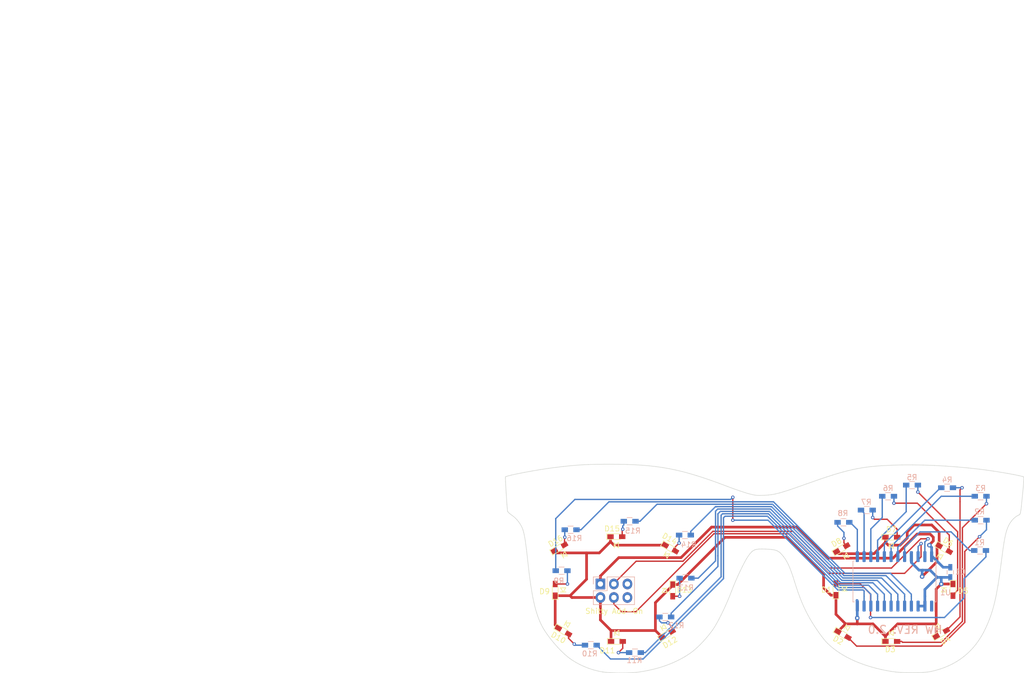
<source format=kicad_pcb>
(kicad_pcb (version 20171130) (host pcbnew "(5.1.2)-1")

  (general
    (thickness 1.6)
    (drawings 380)
    (tracks 339)
    (zones 0)
    (modules 40)
    (nets 40)
  )

  (page A4)
  (title_block
    (title "GreHAck 2019")
    (date 2019-09-15)
    (rev 1.0)
    (company Securimag)
    (comment 1 "PCB for the hardware CTF / Phil")
  )

  (layers
    (0 F.Cu signal)
    (31 B.Cu signal)
    (32 B.Adhes user)
    (33 F.Adhes user)
    (34 B.Paste user)
    (35 F.Paste user)
    (36 B.SilkS user)
    (37 F.SilkS user)
    (38 B.Mask user)
    (39 F.Mask user)
    (40 Dwgs.User user)
    (41 Cmts.User user)
    (42 Eco1.User user)
    (43 Eco2.User user)
    (44 Edge.Cuts user)
    (45 Margin user)
    (46 B.CrtYd user)
    (47 F.CrtYd user)
    (48 B.Fab user)
    (49 F.Fab user)
  )

  (setup
    (last_trace_width 0.25)
    (trace_clearance 0.2)
    (zone_clearance 0.508)
    (zone_45_only no)
    (trace_min 0.2)
    (via_size 0.65)
    (via_drill 0.3)
    (via_min_size 0.65)
    (via_min_drill 0.3)
    (uvia_size 0.3)
    (uvia_drill 0.1)
    (uvias_allowed no)
    (uvia_min_size 0.2)
    (uvia_min_drill 0.1)
    (edge_width 0.15)
    (segment_width 0.2)
    (pcb_text_width 0.3)
    (pcb_text_size 1.5 1.5)
    (mod_edge_width 0.15)
    (mod_text_size 1 1)
    (mod_text_width 0.15)
    (pad_size 1.524 1.524)
    (pad_drill 0.762)
    (pad_to_mask_clearance 0.2)
    (aux_axis_origin 0 0)
    (visible_elements 7FFFFFFF)
    (pcbplotparams
      (layerselection 0x3ffff_ffffffff)
      (usegerberextensions false)
      (usegerberattributes false)
      (usegerberadvancedattributes false)
      (creategerberjobfile false)
      (excludeedgelayer true)
      (linewidth 0.100000)
      (plotframeref false)
      (viasonmask false)
      (mode 1)
      (useauxorigin false)
      (hpglpennumber 1)
      (hpglpenspeed 20)
      (hpglpendiameter 15.000000)
      (psnegative false)
      (psa4output false)
      (plotreference true)
      (plotvalue true)
      (plotinvisibletext false)
      (padsonsilk false)
      (subtractmaskfromsilk false)
      (outputformat 1)
      (mirror false)
      (drillshape 0)
      (scaleselection 1)
      (outputdirectory "gerbers/"))
  )

  (net 0 "")
  (net 1 GND)
  (net 2 +3V3)
  (net 3 "Net-(D1-Pad2)")
  (net 4 "Net-(D2-Pad2)")
  (net 5 "Net-(D3-Pad2)")
  (net 6 "Net-(D4-Pad2)")
  (net 7 "Net-(D5-Pad2)")
  (net 8 "Net-(D6-Pad2)")
  (net 9 "Net-(D7-Pad2)")
  (net 10 "Net-(D8-Pad2)")
  (net 11 "Net-(D9-Pad2)")
  (net 12 "Net-(D10-Pad2)")
  (net 13 "Net-(D11-Pad2)")
  (net 14 "Net-(D12-Pad2)")
  (net 15 "Net-(D13-Pad2)")
  (net 16 "Net-(D14-Pad2)")
  (net 17 "Net-(D15-Pad2)")
  (net 18 "Net-(D16-Pad2)")
  (net 19 SDA)
  (net 20 SCL)
  (net 21 "Net-(J1-Pad5)")
  (net 22 "Net-(J1-Pad6)")
  (net 23 "Net-(R1-Pad2)")
  (net 24 "Net-(R2-Pad2)")
  (net 25 "Net-(R3-Pad2)")
  (net 26 "Net-(R4-Pad2)")
  (net 27 "Net-(R5-Pad2)")
  (net 28 "Net-(R6-Pad2)")
  (net 29 "Net-(R7-Pad2)")
  (net 30 "Net-(R8-Pad2)")
  (net 31 "Net-(R9-Pad2)")
  (net 32 "Net-(R10-Pad2)")
  (net 33 "Net-(R11-Pad2)")
  (net 34 "Net-(R12-Pad2)")
  (net 35 "Net-(R13-Pad2)")
  (net 36 "Net-(R14-Pad2)")
  (net 37 "Net-(R15-Pad2)")
  (net 38 "Net-(R16-Pad2)")
  (net 39 "Net-(U1-Pad1)")

  (net_class Default "This is the default net class."
    (clearance 0.2)
    (trace_width 0.25)
    (via_dia 0.65)
    (via_drill 0.3)
    (uvia_dia 0.3)
    (uvia_drill 0.1)
    (add_net "Net-(D1-Pad2)")
    (add_net "Net-(D10-Pad2)")
    (add_net "Net-(D11-Pad2)")
    (add_net "Net-(D12-Pad2)")
    (add_net "Net-(D13-Pad2)")
    (add_net "Net-(D14-Pad2)")
    (add_net "Net-(D15-Pad2)")
    (add_net "Net-(D16-Pad2)")
    (add_net "Net-(D2-Pad2)")
    (add_net "Net-(D3-Pad2)")
    (add_net "Net-(D4-Pad2)")
    (add_net "Net-(D5-Pad2)")
    (add_net "Net-(D6-Pad2)")
    (add_net "Net-(D7-Pad2)")
    (add_net "Net-(D8-Pad2)")
    (add_net "Net-(D9-Pad2)")
    (add_net "Net-(J1-Pad5)")
    (add_net "Net-(J1-Pad6)")
    (add_net "Net-(R1-Pad2)")
    (add_net "Net-(R10-Pad2)")
    (add_net "Net-(R11-Pad2)")
    (add_net "Net-(R12-Pad2)")
    (add_net "Net-(R13-Pad2)")
    (add_net "Net-(R14-Pad2)")
    (add_net "Net-(R15-Pad2)")
    (add_net "Net-(R16-Pad2)")
    (add_net "Net-(R2-Pad2)")
    (add_net "Net-(R3-Pad2)")
    (add_net "Net-(R4-Pad2)")
    (add_net "Net-(R5-Pad2)")
    (add_net "Net-(R6-Pad2)")
    (add_net "Net-(R7-Pad2)")
    (add_net "Net-(R8-Pad2)")
    (add_net "Net-(R9-Pad2)")
    (add_net "Net-(U1-Pad1)")
    (add_net SCL)
    (add_net SDA)
  )

  (net_class "Power Supply" ""
    (clearance 0.3)
    (trace_width 0.5)
    (via_dia 0.85)
    (via_drill 0.4)
    (uvia_dia 0.3)
    (uvia_drill 0.1)
    (diff_pair_width 0.3)
    (diff_pair_gap 0.5)
    (add_net +3V3)
    (add_net GND)
  )

  (module Package_SO:SOIC-24W_7.5x15.4mm_P1.27mm (layer B.Cu) (tedit 5C97300E) (tstamp 5D7EAC31)
    (at 165.4 107.9 90)
    (descr "SOIC, 24 Pin (JEDEC MS-013AD, https://www.analog.com/media/en/package-pcb-resources/package/pkg_pdf/soic_wide-rw/RW_24.pdf), generated with kicad-footprint-generator ipc_gullwing_generator.py")
    (tags "SOIC SO")
    (path /5D683D96)
    (attr smd)
    (fp_text reference U1 (at -2.1 9.6 180) (layer B.SilkS)
      (effects (font (size 1 1) (thickness 0.15)) (justify mirror))
    )
    (fp_text value PCA9535 (at 0 -8.65 90) (layer B.Fab)
      (effects (font (size 1 1) (thickness 0.15)) (justify mirror))
    )
    (fp_text user %R (at 0 0 90) (layer B.Fab)
      (effects (font (size 1 1) (thickness 0.15)) (justify mirror))
    )
    (fp_line (start 5.93 7.95) (end -5.93 7.95) (layer B.CrtYd) (width 0.05))
    (fp_line (start 5.93 -7.95) (end 5.93 7.95) (layer B.CrtYd) (width 0.05))
    (fp_line (start -5.93 -7.95) (end 5.93 -7.95) (layer B.CrtYd) (width 0.05))
    (fp_line (start -5.93 7.95) (end -5.93 -7.95) (layer B.CrtYd) (width 0.05))
    (fp_line (start -3.75 6.7) (end -2.75 7.7) (layer B.Fab) (width 0.1))
    (fp_line (start -3.75 -7.7) (end -3.75 6.7) (layer B.Fab) (width 0.1))
    (fp_line (start 3.75 -7.7) (end -3.75 -7.7) (layer B.Fab) (width 0.1))
    (fp_line (start 3.75 7.7) (end 3.75 -7.7) (layer B.Fab) (width 0.1))
    (fp_line (start -2.75 7.7) (end 3.75 7.7) (layer B.Fab) (width 0.1))
    (fp_line (start -3.86 7.545) (end -5.675 7.545) (layer B.SilkS) (width 0.12))
    (fp_line (start -3.86 7.81) (end -3.86 7.545) (layer B.SilkS) (width 0.12))
    (fp_line (start 0 7.81) (end -3.86 7.81) (layer B.SilkS) (width 0.12))
    (fp_line (start 3.86 7.81) (end 3.86 7.545) (layer B.SilkS) (width 0.12))
    (fp_line (start 0 7.81) (end 3.86 7.81) (layer B.SilkS) (width 0.12))
    (fp_line (start -3.86 -7.81) (end -3.86 -7.545) (layer B.SilkS) (width 0.12))
    (fp_line (start 0 -7.81) (end -3.86 -7.81) (layer B.SilkS) (width 0.12))
    (fp_line (start 3.86 -7.81) (end 3.86 -7.545) (layer B.SilkS) (width 0.12))
    (fp_line (start 0 -7.81) (end 3.86 -7.81) (layer B.SilkS) (width 0.12))
    (pad 24 smd roundrect (at 4.65 6.985 90) (size 2.05 0.6) (layers B.Cu B.Paste B.Mask) (roundrect_rratio 0.25)
      (net 2 +3V3))
    (pad 23 smd roundrect (at 4.65 5.715 90) (size 2.05 0.6) (layers B.Cu B.Paste B.Mask) (roundrect_rratio 0.25)
      (net 19 SDA))
    (pad 22 smd roundrect (at 4.65 4.445 90) (size 2.05 0.6) (layers B.Cu B.Paste B.Mask) (roundrect_rratio 0.25)
      (net 20 SCL))
    (pad 21 smd roundrect (at 4.65 3.175 90) (size 2.05 0.6) (layers B.Cu B.Paste B.Mask) (roundrect_rratio 0.25)
      (net 1 GND))
    (pad 20 smd roundrect (at 4.65 1.905 90) (size 2.05 0.6) (layers B.Cu B.Paste B.Mask) (roundrect_rratio 0.25)
      (net 23 "Net-(R1-Pad2)"))
    (pad 19 smd roundrect (at 4.65 0.635 90) (size 2.05 0.6) (layers B.Cu B.Paste B.Mask) (roundrect_rratio 0.25)
      (net 24 "Net-(R2-Pad2)"))
    (pad 18 smd roundrect (at 4.65 -0.635 90) (size 2.05 0.6) (layers B.Cu B.Paste B.Mask) (roundrect_rratio 0.25)
      (net 25 "Net-(R3-Pad2)"))
    (pad 17 smd roundrect (at 4.65 -1.905 90) (size 2.05 0.6) (layers B.Cu B.Paste B.Mask) (roundrect_rratio 0.25)
      (net 26 "Net-(R4-Pad2)"))
    (pad 16 smd roundrect (at 4.65 -3.175 90) (size 2.05 0.6) (layers B.Cu B.Paste B.Mask) (roundrect_rratio 0.25)
      (net 27 "Net-(R5-Pad2)"))
    (pad 15 smd roundrect (at 4.65 -4.445 90) (size 2.05 0.6) (layers B.Cu B.Paste B.Mask) (roundrect_rratio 0.25)
      (net 28 "Net-(R6-Pad2)"))
    (pad 14 smd roundrect (at 4.65 -5.715 90) (size 2.05 0.6) (layers B.Cu B.Paste B.Mask) (roundrect_rratio 0.25)
      (net 29 "Net-(R7-Pad2)"))
    (pad 13 smd roundrect (at 4.65 -6.985 90) (size 2.05 0.6) (layers B.Cu B.Paste B.Mask) (roundrect_rratio 0.25)
      (net 30 "Net-(R8-Pad2)"))
    (pad 12 smd roundrect (at -4.65 -6.985 90) (size 2.05 0.6) (layers B.Cu B.Paste B.Mask) (roundrect_rratio 0.25)
      (net 1 GND))
    (pad 11 smd roundrect (at -4.65 -5.715 90) (size 2.05 0.6) (layers B.Cu B.Paste B.Mask) (roundrect_rratio 0.25)
      (net 31 "Net-(R9-Pad2)"))
    (pad 10 smd roundrect (at -4.65 -4.445 90) (size 2.05 0.6) (layers B.Cu B.Paste B.Mask) (roundrect_rratio 0.25)
      (net 32 "Net-(R10-Pad2)"))
    (pad 9 smd roundrect (at -4.65 -3.175 90) (size 2.05 0.6) (layers B.Cu B.Paste B.Mask) (roundrect_rratio 0.25)
      (net 33 "Net-(R11-Pad2)"))
    (pad 8 smd roundrect (at -4.65 -1.905 90) (size 2.05 0.6) (layers B.Cu B.Paste B.Mask) (roundrect_rratio 0.25)
      (net 34 "Net-(R12-Pad2)"))
    (pad 7 smd roundrect (at -4.65 -0.635 90) (size 2.05 0.6) (layers B.Cu B.Paste B.Mask) (roundrect_rratio 0.25)
      (net 35 "Net-(R13-Pad2)"))
    (pad 6 smd roundrect (at -4.65 0.635 90) (size 2.05 0.6) (layers B.Cu B.Paste B.Mask) (roundrect_rratio 0.25)
      (net 36 "Net-(R14-Pad2)"))
    (pad 5 smd roundrect (at -4.65 1.905 90) (size 2.05 0.6) (layers B.Cu B.Paste B.Mask) (roundrect_rratio 0.25)
      (net 37 "Net-(R15-Pad2)"))
    (pad 4 smd roundrect (at -4.65 3.175 90) (size 2.05 0.6) (layers B.Cu B.Paste B.Mask) (roundrect_rratio 0.25)
      (net 38 "Net-(R16-Pad2)"))
    (pad 3 smd roundrect (at -4.65 4.445 90) (size 2.05 0.6) (layers B.Cu B.Paste B.Mask) (roundrect_rratio 0.25)
      (net 1 GND))
    (pad 2 smd roundrect (at -4.65 5.715 90) (size 2.05 0.6) (layers B.Cu B.Paste B.Mask) (roundrect_rratio 0.25)
      (net 1 GND))
    (pad 1 smd roundrect (at -4.65 6.985 90) (size 2.05 0.6) (layers B.Cu B.Paste B.Mask) (roundrect_rratio 0.25)
      (net 39 "Net-(U1-Pad1)"))
    (model ${KISYS3DMOD}/Package_SO.3dshapes/SOIC-24W_7.5x15.4mm_P1.27mm.wrl
      (at (xyz 0 0 0))
      (scale (xyz 1 1 1))
      (rotate (xyz 0 0 0))
    )
  )

  (module LOGO (layer F.Cu) (tedit 0) (tstamp 0)
    (at 0 0)
    (fp_text reference G*** (at 0 0) (layer F.SilkS) hide
      (effects (font (size 1.524 1.524) (thickness 0.3)))
    )
    (fp_text value LOGO (at 0.75 0) (layer F.SilkS) hide
      (effects (font (size 1.524 1.524) (thickness 0.3)))
    )
  )

  (module LOGO (layer F.Cu) (tedit 0) (tstamp 0)
    (at 0 0)
    (fp_text reference G*** (at 0 0) (layer F.SilkS) hide
      (effects (font (size 1.524 1.524) (thickness 0.3)))
    )
    (fp_text value LOGO (at 0.75 0) (layer F.SilkS) hide
      (effects (font (size 1.524 1.524) (thickness 0.3)))
    )
  )

  (module LOGO (layer F.Cu) (tedit 0) (tstamp 0)
    (at 0 0)
    (fp_text reference G*** (at 0 0) (layer F.SilkS) hide
      (effects (font (size 1.524 1.524) (thickness 0.3)))
    )
    (fp_text value LOGO (at 0.75 0) (layer F.SilkS) hide
      (effects (font (size 1.524 1.524) (thickness 0.3)))
    )
  )

  (module LOGO (layer F.Cu) (tedit 0) (tstamp 0)
    (at 0 0)
    (fp_text reference G*** (at 0 0) (layer F.SilkS) hide
      (effects (font (size 1.524 1.524) (thickness 0.3)))
    )
    (fp_text value LOGO (at 0.75 0) (layer F.SilkS) hide
      (effects (font (size 1.524 1.524) (thickness 0.3)))
    )
  )

  (module LOGO (layer F.Cu) (tedit 0) (tstamp 0)
    (at 0 0)
    (fp_text reference G*** (at 0 0) (layer F.SilkS) hide
      (effects (font (size 1.524 1.524) (thickness 0.3)))
    )
    (fp_text value LOGO (at 0.75 0) (layer F.SilkS) hide
      (effects (font (size 1.524 1.524) (thickness 0.3)))
    )
  )

  (module Capacitors_SMD:C_0603_HandSoldering (layer B.Cu) (tedit 58AA848B) (tstamp 5D7EA992)
    (at 175.9 106.2 270)
    (descr "Capacitor SMD 0603, hand soldering")
    (tags "capacitor 0603")
    (path /5D68B3CC)
    (attr smd)
    (fp_text reference C1 (at -0.1 -1.9 180) (layer B.SilkS)
      (effects (font (size 1 1) (thickness 0.15)) (justify mirror))
    )
    (fp_text value 100n (at 0 -1.5 90) (layer B.Fab)
      (effects (font (size 1 1) (thickness 0.15)) (justify mirror))
    )
    (fp_line (start 1.8 -0.65) (end -1.8 -0.65) (layer B.CrtYd) (width 0.05))
    (fp_line (start 1.8 -0.65) (end 1.8 0.65) (layer B.CrtYd) (width 0.05))
    (fp_line (start -1.8 0.65) (end -1.8 -0.65) (layer B.CrtYd) (width 0.05))
    (fp_line (start -1.8 0.65) (end 1.8 0.65) (layer B.CrtYd) (width 0.05))
    (fp_line (start 0.35 -0.6) (end -0.35 -0.6) (layer B.SilkS) (width 0.12))
    (fp_line (start -0.35 0.6) (end 0.35 0.6) (layer B.SilkS) (width 0.12))
    (fp_line (start -0.8 0.4) (end 0.8 0.4) (layer B.Fab) (width 0.1))
    (fp_line (start 0.8 0.4) (end 0.8 -0.4) (layer B.Fab) (width 0.1))
    (fp_line (start 0.8 -0.4) (end -0.8 -0.4) (layer B.Fab) (width 0.1))
    (fp_line (start -0.8 -0.4) (end -0.8 0.4) (layer B.Fab) (width 0.1))
    (fp_text user %R (at 0 1.25 90) (layer B.Fab)
      (effects (font (size 1 1) (thickness 0.15)) (justify mirror))
    )
    (pad 2 smd rect (at 0.95 0 270) (size 1.2 0.75) (layers B.Cu B.Paste B.Mask)
      (net 1 GND))
    (pad 1 smd rect (at -0.95 0 270) (size 1.2 0.75) (layers B.Cu B.Paste B.Mask)
      (net 2 +3V3))
    (model Capacitors_SMD.3dshapes/C_0603.wrl
      (at (xyz 0 0 0))
      (scale (xyz 1 1 1))
      (rotate (xyz 0 0 0))
    )
  )

  (module LEDs:LED_0603_HandSoldering (layer F.Cu) (tedit 595FC9C0) (tstamp 5D7EA9A7)
    (at 154.4 109.4 90)
    (descr "LED SMD 0603, hand soldering")
    (tags "LED 0603")
    (path /5D68EEB5)
    (attr smd)
    (fp_text reference D1 (at -0.1 -1.8 180) (layer F.SilkS)
      (effects (font (size 1 1) (thickness 0.15)))
    )
    (fp_text value LED (at 0 1.55 90) (layer F.Fab)
      (effects (font (size 1 1) (thickness 0.15)))
    )
    (fp_line (start -1.8 -0.55) (end -1.8 0.55) (layer F.SilkS) (width 0.12))
    (fp_line (start -0.2 -0.2) (end -0.2 0.2) (layer F.Fab) (width 0.1))
    (fp_line (start -0.15 0) (end 0.15 -0.2) (layer F.Fab) (width 0.1))
    (fp_line (start 0.15 0.2) (end -0.15 0) (layer F.Fab) (width 0.1))
    (fp_line (start 0.15 -0.2) (end 0.15 0.2) (layer F.Fab) (width 0.1))
    (fp_line (start 0.8 0.4) (end -0.8 0.4) (layer F.Fab) (width 0.1))
    (fp_line (start 0.8 -0.4) (end 0.8 0.4) (layer F.Fab) (width 0.1))
    (fp_line (start -0.8 -0.4) (end 0.8 -0.4) (layer F.Fab) (width 0.1))
    (fp_line (start -1.8 0.55) (end 0.8 0.55) (layer F.SilkS) (width 0.12))
    (fp_line (start -1.8 -0.55) (end 0.8 -0.55) (layer F.SilkS) (width 0.12))
    (fp_line (start -1.96 -0.7) (end 1.95 -0.7) (layer F.CrtYd) (width 0.05))
    (fp_line (start -1.96 -0.7) (end -1.96 0.7) (layer F.CrtYd) (width 0.05))
    (fp_line (start 1.95 0.7) (end 1.95 -0.7) (layer F.CrtYd) (width 0.05))
    (fp_line (start 1.95 0.7) (end -1.96 0.7) (layer F.CrtYd) (width 0.05))
    (fp_line (start -0.8 -0.4) (end -0.8 0.4) (layer F.Fab) (width 0.1))
    (pad 1 smd rect (at -1.1 0 90) (size 1.2 0.9) (layers F.Cu F.Paste F.Mask)
      (net 1 GND))
    (pad 2 smd rect (at 1.1 0 90) (size 1.2 0.9) (layers F.Cu F.Paste F.Mask)
      (net 3 "Net-(D1-Pad2)"))
    (model ${KISYS3DMOD}/LEDs.3dshapes/LED_0603.wrl
      (at (xyz 0 0 0))
      (scale (xyz 1 1 1))
      (rotate (xyz 0 0 180))
    )
  )

  (module LEDs:LED_0603_HandSoldering (layer F.Cu) (tedit 595FC9C0) (tstamp 5D7EA9BC)
    (at 155.7 117.9 330)
    (descr "LED SMD 0603, hand soldering")
    (tags "LED 0603")
    (path /5D68F6D6)
    (attr smd)
    (fp_text reference D2 (at -0.229423 1.402628 150) (layer F.SilkS)
      (effects (font (size 1 1) (thickness 0.15)))
    )
    (fp_text value LED (at 0 1.55 150) (layer F.Fab)
      (effects (font (size 1 1) (thickness 0.15)))
    )
    (fp_line (start -0.8 -0.4) (end -0.8 0.4) (layer F.Fab) (width 0.1))
    (fp_line (start 1.95 0.7) (end -1.96 0.7) (layer F.CrtYd) (width 0.05))
    (fp_line (start 1.95 0.7) (end 1.95 -0.7) (layer F.CrtYd) (width 0.05))
    (fp_line (start -1.96 -0.7) (end -1.96 0.7) (layer F.CrtYd) (width 0.05))
    (fp_line (start -1.96 -0.7) (end 1.95 -0.7) (layer F.CrtYd) (width 0.05))
    (fp_line (start -1.8 -0.55) (end 0.8 -0.55) (layer F.SilkS) (width 0.12))
    (fp_line (start -1.8 0.55) (end 0.8 0.55) (layer F.SilkS) (width 0.12))
    (fp_line (start -0.8 -0.4) (end 0.8 -0.4) (layer F.Fab) (width 0.1))
    (fp_line (start 0.8 -0.4) (end 0.8 0.4) (layer F.Fab) (width 0.1))
    (fp_line (start 0.8 0.4) (end -0.8 0.4) (layer F.Fab) (width 0.1))
    (fp_line (start 0.15 -0.2) (end 0.15 0.2) (layer F.Fab) (width 0.1))
    (fp_line (start 0.15 0.2) (end -0.15 0) (layer F.Fab) (width 0.1))
    (fp_line (start -0.15 0) (end 0.15 -0.2) (layer F.Fab) (width 0.1))
    (fp_line (start -0.2 -0.2) (end -0.2 0.2) (layer F.Fab) (width 0.1))
    (fp_line (start -1.8 -0.55) (end -1.8 0.55) (layer F.SilkS) (width 0.12))
    (pad 2 smd rect (at 1.1 0 330) (size 1.2 0.9) (layers F.Cu F.Paste F.Mask)
      (net 4 "Net-(D2-Pad2)"))
    (pad 1 smd rect (at -1.1 0 330) (size 1.2 0.9) (layers F.Cu F.Paste F.Mask)
      (net 1 GND))
    (model ${KISYS3DMOD}/LEDs.3dshapes/LED_0603.wrl
      (at (xyz 0 0 0))
      (scale (xyz 1 1 1))
      (rotate (xyz 0 0 180))
    )
  )

  (module LEDs:LED_0603_HandSoldering (layer F.Cu) (tedit 595FC9C0) (tstamp 5D7EA9D1)
    (at 164.8 119.2)
    (descr "LED SMD 0603, hand soldering")
    (tags "LED 0603")
    (path /5D68F9B9)
    (attr smd)
    (fp_text reference D3 (at -0.2 1.5) (layer F.SilkS)
      (effects (font (size 1 1) (thickness 0.15)))
    )
    (fp_text value LED (at 0 1.55) (layer F.Fab)
      (effects (font (size 1 1) (thickness 0.15)))
    )
    (fp_line (start -1.8 -0.55) (end -1.8 0.55) (layer F.SilkS) (width 0.12))
    (fp_line (start -0.2 -0.2) (end -0.2 0.2) (layer F.Fab) (width 0.1))
    (fp_line (start -0.15 0) (end 0.15 -0.2) (layer F.Fab) (width 0.1))
    (fp_line (start 0.15 0.2) (end -0.15 0) (layer F.Fab) (width 0.1))
    (fp_line (start 0.15 -0.2) (end 0.15 0.2) (layer F.Fab) (width 0.1))
    (fp_line (start 0.8 0.4) (end -0.8 0.4) (layer F.Fab) (width 0.1))
    (fp_line (start 0.8 -0.4) (end 0.8 0.4) (layer F.Fab) (width 0.1))
    (fp_line (start -0.8 -0.4) (end 0.8 -0.4) (layer F.Fab) (width 0.1))
    (fp_line (start -1.8 0.55) (end 0.8 0.55) (layer F.SilkS) (width 0.12))
    (fp_line (start -1.8 -0.55) (end 0.8 -0.55) (layer F.SilkS) (width 0.12))
    (fp_line (start -1.96 -0.7) (end 1.95 -0.7) (layer F.CrtYd) (width 0.05))
    (fp_line (start -1.96 -0.7) (end -1.96 0.7) (layer F.CrtYd) (width 0.05))
    (fp_line (start 1.95 0.7) (end 1.95 -0.7) (layer F.CrtYd) (width 0.05))
    (fp_line (start 1.95 0.7) (end -1.96 0.7) (layer F.CrtYd) (width 0.05))
    (fp_line (start -0.8 -0.4) (end -0.8 0.4) (layer F.Fab) (width 0.1))
    (pad 1 smd rect (at -1.1 0) (size 1.2 0.9) (layers F.Cu F.Paste F.Mask)
      (net 1 GND))
    (pad 2 smd rect (at 1.1 0) (size 1.2 0.9) (layers F.Cu F.Paste F.Mask)
      (net 5 "Net-(D3-Pad2)"))
    (model ${KISYS3DMOD}/LEDs.3dshapes/LED_0603.wrl
      (at (xyz 0 0 0))
      (scale (xyz 1 1 1))
      (rotate (xyz 0 0 180))
    )
  )

  (module LEDs:LED_0603_HandSoldering (layer F.Cu) (tedit 595FC9C0) (tstamp 5D7EA9E6)
    (at 174.2 117.7 30)
    (descr "LED SMD 0603, hand soldering")
    (tags "LED 0603")
    (path /5D68FC53)
    (attr smd)
    (fp_text reference D4 (at 0.04282 1.525833 30) (layer F.SilkS)
      (effects (font (size 1 1) (thickness 0.15)))
    )
    (fp_text value LED (at 0 1.55 30) (layer F.Fab)
      (effects (font (size 1 1) (thickness 0.15)))
    )
    (fp_line (start -0.8 -0.4) (end -0.8 0.4) (layer F.Fab) (width 0.1))
    (fp_line (start 1.95 0.7) (end -1.96 0.7) (layer F.CrtYd) (width 0.05))
    (fp_line (start 1.95 0.7) (end 1.95 -0.7) (layer F.CrtYd) (width 0.05))
    (fp_line (start -1.96 -0.7) (end -1.96 0.7) (layer F.CrtYd) (width 0.05))
    (fp_line (start -1.96 -0.7) (end 1.95 -0.7) (layer F.CrtYd) (width 0.05))
    (fp_line (start -1.8 -0.55) (end 0.8 -0.55) (layer F.SilkS) (width 0.12))
    (fp_line (start -1.8 0.55) (end 0.8 0.55) (layer F.SilkS) (width 0.12))
    (fp_line (start -0.8 -0.4) (end 0.8 -0.4) (layer F.Fab) (width 0.1))
    (fp_line (start 0.8 -0.4) (end 0.8 0.4) (layer F.Fab) (width 0.1))
    (fp_line (start 0.8 0.4) (end -0.8 0.4) (layer F.Fab) (width 0.1))
    (fp_line (start 0.15 -0.2) (end 0.15 0.2) (layer F.Fab) (width 0.1))
    (fp_line (start 0.15 0.2) (end -0.15 0) (layer F.Fab) (width 0.1))
    (fp_line (start -0.15 0) (end 0.15 -0.2) (layer F.Fab) (width 0.1))
    (fp_line (start -0.2 -0.2) (end -0.2 0.2) (layer F.Fab) (width 0.1))
    (fp_line (start -1.8 -0.55) (end -1.8 0.55) (layer F.SilkS) (width 0.12))
    (pad 2 smd rect (at 1.1 0 30) (size 1.2 0.9) (layers F.Cu F.Paste F.Mask)
      (net 6 "Net-(D4-Pad2)"))
    (pad 1 smd rect (at -1.1 0 30) (size 1.2 0.9) (layers F.Cu F.Paste F.Mask)
      (net 1 GND))
    (model ${KISYS3DMOD}/LEDs.3dshapes/LED_0603.wrl
      (at (xyz 0 0 0))
      (scale (xyz 1 1 1))
      (rotate (xyz 0 0 180))
    )
  )

  (module LEDs:LED_0603_HandSoldering (layer F.Cu) (tedit 595FC9C0) (tstamp 5D7EA9FB)
    (at 176.4 109.5 270)
    (descr "LED SMD 0603, hand soldering")
    (tags "LED 0603")
    (path /5D68FF58)
    (attr smd)
    (fp_text reference D5 (at 0.2 -1.9 180) (layer F.SilkS)
      (effects (font (size 1 1) (thickness 0.15)))
    )
    (fp_text value LED (at 0 1.55 90) (layer F.Fab)
      (effects (font (size 1 1) (thickness 0.15)))
    )
    (fp_line (start -1.8 -0.55) (end -1.8 0.55) (layer F.SilkS) (width 0.12))
    (fp_line (start -0.2 -0.2) (end -0.2 0.2) (layer F.Fab) (width 0.1))
    (fp_line (start -0.15 0) (end 0.15 -0.2) (layer F.Fab) (width 0.1))
    (fp_line (start 0.15 0.2) (end -0.15 0) (layer F.Fab) (width 0.1))
    (fp_line (start 0.15 -0.2) (end 0.15 0.2) (layer F.Fab) (width 0.1))
    (fp_line (start 0.8 0.4) (end -0.8 0.4) (layer F.Fab) (width 0.1))
    (fp_line (start 0.8 -0.4) (end 0.8 0.4) (layer F.Fab) (width 0.1))
    (fp_line (start -0.8 -0.4) (end 0.8 -0.4) (layer F.Fab) (width 0.1))
    (fp_line (start -1.8 0.55) (end 0.8 0.55) (layer F.SilkS) (width 0.12))
    (fp_line (start -1.8 -0.55) (end 0.8 -0.55) (layer F.SilkS) (width 0.12))
    (fp_line (start -1.96 -0.7) (end 1.95 -0.7) (layer F.CrtYd) (width 0.05))
    (fp_line (start -1.96 -0.7) (end -1.96 0.7) (layer F.CrtYd) (width 0.05))
    (fp_line (start 1.95 0.7) (end 1.95 -0.7) (layer F.CrtYd) (width 0.05))
    (fp_line (start 1.95 0.7) (end -1.96 0.7) (layer F.CrtYd) (width 0.05))
    (fp_line (start -0.8 -0.4) (end -0.8 0.4) (layer F.Fab) (width 0.1))
    (pad 1 smd rect (at -1.1 0 270) (size 1.2 0.9) (layers F.Cu F.Paste F.Mask)
      (net 1 GND))
    (pad 2 smd rect (at 1.1 0 270) (size 1.2 0.9) (layers F.Cu F.Paste F.Mask)
      (net 7 "Net-(D5-Pad2)"))
    (model ${KISYS3DMOD}/LEDs.3dshapes/LED_0603.wrl
      (at (xyz 0 0 0))
      (scale (xyz 1 1 1))
      (rotate (xyz 0 0 180))
    )
  )

  (module LEDs:LED_0603_HandSoldering (layer F.Cu) (tedit 595FC9C0) (tstamp 5D7EAA10)
    (at 174.752628 101.75 330)
    (descr "LED SMD 0603, hand soldering")
    (tags "LED 0603")
    (path /5D690081)
    (attr smd)
    (fp_text reference D6 (at 0 -1.45 150) (layer F.SilkS)
      (effects (font (size 1 1) (thickness 0.15)))
    )
    (fp_text value LED (at 0 1.55 150) (layer F.Fab)
      (effects (font (size 1 1) (thickness 0.15)))
    )
    (fp_line (start -0.8 -0.4) (end -0.8 0.4) (layer F.Fab) (width 0.1))
    (fp_line (start 1.95 0.7) (end -1.96 0.7) (layer F.CrtYd) (width 0.05))
    (fp_line (start 1.95 0.7) (end 1.95 -0.7) (layer F.CrtYd) (width 0.05))
    (fp_line (start -1.96 -0.7) (end -1.96 0.7) (layer F.CrtYd) (width 0.05))
    (fp_line (start -1.96 -0.7) (end 1.95 -0.7) (layer F.CrtYd) (width 0.05))
    (fp_line (start -1.8 -0.55) (end 0.8 -0.55) (layer F.SilkS) (width 0.12))
    (fp_line (start -1.8 0.55) (end 0.8 0.55) (layer F.SilkS) (width 0.12))
    (fp_line (start -0.8 -0.4) (end 0.8 -0.4) (layer F.Fab) (width 0.1))
    (fp_line (start 0.8 -0.4) (end 0.8 0.4) (layer F.Fab) (width 0.1))
    (fp_line (start 0.8 0.4) (end -0.8 0.4) (layer F.Fab) (width 0.1))
    (fp_line (start 0.15 -0.2) (end 0.15 0.2) (layer F.Fab) (width 0.1))
    (fp_line (start 0.15 0.2) (end -0.15 0) (layer F.Fab) (width 0.1))
    (fp_line (start -0.15 0) (end 0.15 -0.2) (layer F.Fab) (width 0.1))
    (fp_line (start -0.2 -0.2) (end -0.2 0.2) (layer F.Fab) (width 0.1))
    (fp_line (start -1.8 -0.55) (end -1.8 0.55) (layer F.SilkS) (width 0.12))
    (pad 2 smd rect (at 1.1 0 330) (size 1.2 0.9) (layers F.Cu F.Paste F.Mask)
      (net 8 "Net-(D6-Pad2)"))
    (pad 1 smd rect (at -1.1 0 330) (size 1.2 0.9) (layers F.Cu F.Paste F.Mask)
      (net 1 GND))
    (model ${KISYS3DMOD}/LEDs.3dshapes/LED_0603.wrl
      (at (xyz 0 0 0))
      (scale (xyz 1 1 1))
      (rotate (xyz 0 0 180))
    )
  )

  (module LEDs:LED_0603_HandSoldering (layer F.Cu) (tedit 595FC9C0) (tstamp 5D7EAA25)
    (at 164.8 99.6)
    (descr "LED SMD 0603, hand soldering")
    (tags "LED 0603")
    (path /5D69036E)
    (attr smd)
    (fp_text reference D7 (at 0 -1.45) (layer F.SilkS)
      (effects (font (size 1 1) (thickness 0.15)))
    )
    (fp_text value LED (at 0 1.55) (layer F.Fab)
      (effects (font (size 1 1) (thickness 0.15)))
    )
    (fp_line (start -1.8 -0.55) (end -1.8 0.55) (layer F.SilkS) (width 0.12))
    (fp_line (start -0.2 -0.2) (end -0.2 0.2) (layer F.Fab) (width 0.1))
    (fp_line (start -0.15 0) (end 0.15 -0.2) (layer F.Fab) (width 0.1))
    (fp_line (start 0.15 0.2) (end -0.15 0) (layer F.Fab) (width 0.1))
    (fp_line (start 0.15 -0.2) (end 0.15 0.2) (layer F.Fab) (width 0.1))
    (fp_line (start 0.8 0.4) (end -0.8 0.4) (layer F.Fab) (width 0.1))
    (fp_line (start 0.8 -0.4) (end 0.8 0.4) (layer F.Fab) (width 0.1))
    (fp_line (start -0.8 -0.4) (end 0.8 -0.4) (layer F.Fab) (width 0.1))
    (fp_line (start -1.8 0.55) (end 0.8 0.55) (layer F.SilkS) (width 0.12))
    (fp_line (start -1.8 -0.55) (end 0.8 -0.55) (layer F.SilkS) (width 0.12))
    (fp_line (start -1.96 -0.7) (end 1.95 -0.7) (layer F.CrtYd) (width 0.05))
    (fp_line (start -1.96 -0.7) (end -1.96 0.7) (layer F.CrtYd) (width 0.05))
    (fp_line (start 1.95 0.7) (end 1.95 -0.7) (layer F.CrtYd) (width 0.05))
    (fp_line (start 1.95 0.7) (end -1.96 0.7) (layer F.CrtYd) (width 0.05))
    (fp_line (start -0.8 -0.4) (end -0.8 0.4) (layer F.Fab) (width 0.1))
    (pad 1 smd rect (at -1.1 0) (size 1.2 0.9) (layers F.Cu F.Paste F.Mask)
      (net 1 GND))
    (pad 2 smd rect (at 1.1 0) (size 1.2 0.9) (layers F.Cu F.Paste F.Mask)
      (net 9 "Net-(D7-Pad2)"))
    (model ${KISYS3DMOD}/LEDs.3dshapes/LED_0603.wrl
      (at (xyz 0 0 0))
      (scale (xyz 1 1 1))
      (rotate (xyz 0 0 180))
    )
  )

  (module LEDs:LED_0603_HandSoldering (layer F.Cu) (tedit 595FC9C0) (tstamp 5D7EAA3A)
    (at 155.452628 101.75 30)
    (descr "LED SMD 0603, hand soldering")
    (tags "LED 0603")
    (path /5D690510)
    (attr smd)
    (fp_text reference D8 (at -0.25 -1.472243 30) (layer F.SilkS)
      (effects (font (size 1 1) (thickness 0.15)))
    )
    (fp_text value LED (at 0 1.55 30) (layer F.Fab)
      (effects (font (size 1 1) (thickness 0.15)))
    )
    (fp_line (start -0.8 -0.4) (end -0.8 0.4) (layer F.Fab) (width 0.1))
    (fp_line (start 1.95 0.7) (end -1.96 0.7) (layer F.CrtYd) (width 0.05))
    (fp_line (start 1.95 0.7) (end 1.95 -0.7) (layer F.CrtYd) (width 0.05))
    (fp_line (start -1.96 -0.7) (end -1.96 0.7) (layer F.CrtYd) (width 0.05))
    (fp_line (start -1.96 -0.7) (end 1.95 -0.7) (layer F.CrtYd) (width 0.05))
    (fp_line (start -1.8 -0.55) (end 0.8 -0.55) (layer F.SilkS) (width 0.12))
    (fp_line (start -1.8 0.55) (end 0.8 0.55) (layer F.SilkS) (width 0.12))
    (fp_line (start -0.8 -0.4) (end 0.8 -0.4) (layer F.Fab) (width 0.1))
    (fp_line (start 0.8 -0.4) (end 0.8 0.4) (layer F.Fab) (width 0.1))
    (fp_line (start 0.8 0.4) (end -0.8 0.4) (layer F.Fab) (width 0.1))
    (fp_line (start 0.15 -0.2) (end 0.15 0.2) (layer F.Fab) (width 0.1))
    (fp_line (start 0.15 0.2) (end -0.15 0) (layer F.Fab) (width 0.1))
    (fp_line (start -0.15 0) (end 0.15 -0.2) (layer F.Fab) (width 0.1))
    (fp_line (start -0.2 -0.2) (end -0.2 0.2) (layer F.Fab) (width 0.1))
    (fp_line (start -1.8 -0.55) (end -1.8 0.55) (layer F.SilkS) (width 0.12))
    (pad 2 smd rect (at 1.1 0 30) (size 1.2 0.9) (layers F.Cu F.Paste F.Mask)
      (net 10 "Net-(D8-Pad2)"))
    (pad 1 smd rect (at -1.1 0 30) (size 1.2 0.9) (layers F.Cu F.Paste F.Mask)
      (net 1 GND))
    (model ${KISYS3DMOD}/LEDs.3dshapes/LED_0603.wrl
      (at (xyz 0 0 0))
      (scale (xyz 1 1 1))
      (rotate (xyz 0 0 180))
    )
  )

  (module LEDs:LED_0603_HandSoldering (layer F.Cu) (tedit 595FC9C0) (tstamp 5D7EAA4F)
    (at 101.6 109.5 90)
    (descr "LED SMD 0603, hand soldering")
    (tags "LED 0603")
    (path /5D6B5BC6)
    (attr smd)
    (fp_text reference D9 (at -0.3 -2 180) (layer F.SilkS)
      (effects (font (size 1 1) (thickness 0.15)))
    )
    (fp_text value LED (at 0 1.55 90) (layer F.Fab)
      (effects (font (size 1 1) (thickness 0.15)))
    )
    (fp_line (start -0.8 -0.4) (end -0.8 0.4) (layer F.Fab) (width 0.1))
    (fp_line (start 1.95 0.7) (end -1.96 0.7) (layer F.CrtYd) (width 0.05))
    (fp_line (start 1.95 0.7) (end 1.95 -0.7) (layer F.CrtYd) (width 0.05))
    (fp_line (start -1.96 -0.7) (end -1.96 0.7) (layer F.CrtYd) (width 0.05))
    (fp_line (start -1.96 -0.7) (end 1.95 -0.7) (layer F.CrtYd) (width 0.05))
    (fp_line (start -1.8 -0.55) (end 0.8 -0.55) (layer F.SilkS) (width 0.12))
    (fp_line (start -1.8 0.55) (end 0.8 0.55) (layer F.SilkS) (width 0.12))
    (fp_line (start -0.8 -0.4) (end 0.8 -0.4) (layer F.Fab) (width 0.1))
    (fp_line (start 0.8 -0.4) (end 0.8 0.4) (layer F.Fab) (width 0.1))
    (fp_line (start 0.8 0.4) (end -0.8 0.4) (layer F.Fab) (width 0.1))
    (fp_line (start 0.15 -0.2) (end 0.15 0.2) (layer F.Fab) (width 0.1))
    (fp_line (start 0.15 0.2) (end -0.15 0) (layer F.Fab) (width 0.1))
    (fp_line (start -0.15 0) (end 0.15 -0.2) (layer F.Fab) (width 0.1))
    (fp_line (start -0.2 -0.2) (end -0.2 0.2) (layer F.Fab) (width 0.1))
    (fp_line (start -1.8 -0.55) (end -1.8 0.55) (layer F.SilkS) (width 0.12))
    (pad 2 smd rect (at 1.1 0 90) (size 1.2 0.9) (layers F.Cu F.Paste F.Mask)
      (net 11 "Net-(D9-Pad2)"))
    (pad 1 smd rect (at -1.1 0 90) (size 1.2 0.9) (layers F.Cu F.Paste F.Mask)
      (net 1 GND))
    (model ${KISYS3DMOD}/LEDs.3dshapes/LED_0603.wrl
      (at (xyz 0 0 0))
      (scale (xyz 1 1 1))
      (rotate (xyz 0 0 180))
    )
  )

  (module LEDs:LED_0603_HandSoldering (layer F.Cu) (tedit 595FC9C0) (tstamp 5D7EAA64)
    (at 103.152628 117.25 330)
    (descr "LED SMD 0603, hand soldering")
    (tags "LED 0603")
    (path /5D6B5F4D)
    (attr smd)
    (fp_text reference D10 (at -0.2 1.558846 150) (layer F.SilkS)
      (effects (font (size 1 1) (thickness 0.15)))
    )
    (fp_text value LED (at 0 1.55 150) (layer F.Fab)
      (effects (font (size 1 1) (thickness 0.15)))
    )
    (fp_line (start -1.8 -0.55) (end -1.8 0.55) (layer F.SilkS) (width 0.12))
    (fp_line (start -0.2 -0.2) (end -0.2 0.2) (layer F.Fab) (width 0.1))
    (fp_line (start -0.15 0) (end 0.15 -0.2) (layer F.Fab) (width 0.1))
    (fp_line (start 0.15 0.2) (end -0.15 0) (layer F.Fab) (width 0.1))
    (fp_line (start 0.15 -0.2) (end 0.15 0.2) (layer F.Fab) (width 0.1))
    (fp_line (start 0.8 0.4) (end -0.8 0.4) (layer F.Fab) (width 0.1))
    (fp_line (start 0.8 -0.4) (end 0.8 0.4) (layer F.Fab) (width 0.1))
    (fp_line (start -0.8 -0.4) (end 0.8 -0.4) (layer F.Fab) (width 0.1))
    (fp_line (start -1.8 0.55) (end 0.8 0.55) (layer F.SilkS) (width 0.12))
    (fp_line (start -1.8 -0.55) (end 0.8 -0.55) (layer F.SilkS) (width 0.12))
    (fp_line (start -1.96 -0.7) (end 1.95 -0.7) (layer F.CrtYd) (width 0.05))
    (fp_line (start -1.96 -0.7) (end -1.96 0.7) (layer F.CrtYd) (width 0.05))
    (fp_line (start 1.95 0.7) (end 1.95 -0.7) (layer F.CrtYd) (width 0.05))
    (fp_line (start 1.95 0.7) (end -1.96 0.7) (layer F.CrtYd) (width 0.05))
    (fp_line (start -0.8 -0.4) (end -0.8 0.4) (layer F.Fab) (width 0.1))
    (pad 1 smd rect (at -1.1 0 330) (size 1.2 0.9) (layers F.Cu F.Paste F.Mask)
      (net 1 GND))
    (pad 2 smd rect (at 1.1 0 330) (size 1.2 0.9) (layers F.Cu F.Paste F.Mask)
      (net 12 "Net-(D10-Pad2)"))
    (model ${KISYS3DMOD}/LEDs.3dshapes/LED_0603.wrl
      (at (xyz 0 0 0))
      (scale (xyz 1 1 1))
      (rotate (xyz 0 0 180))
    )
  )

  (module LEDs:LED_0603_HandSoldering (layer F.Cu) (tedit 595FC9C0) (tstamp 5D7EAA79)
    (at 113.2 119.2)
    (descr "LED SMD 0603, hand soldering")
    (tags "LED 0603")
    (path /5D6B60D7)
    (attr smd)
    (fp_text reference D11 (at -1.8 1.7) (layer F.SilkS)
      (effects (font (size 1 1) (thickness 0.15)))
    )
    (fp_text value LED (at 0 1.55) (layer F.Fab)
      (effects (font (size 1 1) (thickness 0.15)))
    )
    (fp_line (start -0.8 -0.4) (end -0.8 0.4) (layer F.Fab) (width 0.1))
    (fp_line (start 1.95 0.7) (end -1.96 0.7) (layer F.CrtYd) (width 0.05))
    (fp_line (start 1.95 0.7) (end 1.95 -0.7) (layer F.CrtYd) (width 0.05))
    (fp_line (start -1.96 -0.7) (end -1.96 0.7) (layer F.CrtYd) (width 0.05))
    (fp_line (start -1.96 -0.7) (end 1.95 -0.7) (layer F.CrtYd) (width 0.05))
    (fp_line (start -1.8 -0.55) (end 0.8 -0.55) (layer F.SilkS) (width 0.12))
    (fp_line (start -1.8 0.55) (end 0.8 0.55) (layer F.SilkS) (width 0.12))
    (fp_line (start -0.8 -0.4) (end 0.8 -0.4) (layer F.Fab) (width 0.1))
    (fp_line (start 0.8 -0.4) (end 0.8 0.4) (layer F.Fab) (width 0.1))
    (fp_line (start 0.8 0.4) (end -0.8 0.4) (layer F.Fab) (width 0.1))
    (fp_line (start 0.15 -0.2) (end 0.15 0.2) (layer F.Fab) (width 0.1))
    (fp_line (start 0.15 0.2) (end -0.15 0) (layer F.Fab) (width 0.1))
    (fp_line (start -0.15 0) (end 0.15 -0.2) (layer F.Fab) (width 0.1))
    (fp_line (start -0.2 -0.2) (end -0.2 0.2) (layer F.Fab) (width 0.1))
    (fp_line (start -1.8 -0.55) (end -1.8 0.55) (layer F.SilkS) (width 0.12))
    (pad 2 smd rect (at 1.1 0) (size 1.2 0.9) (layers F.Cu F.Paste F.Mask)
      (net 13 "Net-(D11-Pad2)"))
    (pad 1 smd rect (at -1.1 0) (size 1.2 0.9) (layers F.Cu F.Paste F.Mask)
      (net 1 GND))
    (model ${KISYS3DMOD}/LEDs.3dshapes/LED_0603.wrl
      (at (xyz 0 0 0))
      (scale (xyz 1 1 1))
      (rotate (xyz 0 0 180))
    )
  )

  (module LEDs:LED_0603_HandSoldering (layer F.Cu) (tedit 595FC9C0) (tstamp 5D7EAA8E)
    (at 122.647372 117.85 30)
    (descr "LED SMD 0603, hand soldering")
    (tags "LED 0603")
    (path /5D6B62C7)
    (attr smd)
    (fp_text reference D12 (at -0.29641 1.618653 30) (layer F.SilkS)
      (effects (font (size 1 1) (thickness 0.15)))
    )
    (fp_text value LED (at 0 1.55 30) (layer F.Fab)
      (effects (font (size 1 1) (thickness 0.15)))
    )
    (fp_line (start -1.8 -0.55) (end -1.8 0.55) (layer F.SilkS) (width 0.12))
    (fp_line (start -0.2 -0.2) (end -0.2 0.2) (layer F.Fab) (width 0.1))
    (fp_line (start -0.15 0) (end 0.15 -0.2) (layer F.Fab) (width 0.1))
    (fp_line (start 0.15 0.2) (end -0.15 0) (layer F.Fab) (width 0.1))
    (fp_line (start 0.15 -0.2) (end 0.15 0.2) (layer F.Fab) (width 0.1))
    (fp_line (start 0.8 0.4) (end -0.8 0.4) (layer F.Fab) (width 0.1))
    (fp_line (start 0.8 -0.4) (end 0.8 0.4) (layer F.Fab) (width 0.1))
    (fp_line (start -0.8 -0.4) (end 0.8 -0.4) (layer F.Fab) (width 0.1))
    (fp_line (start -1.8 0.55) (end 0.8 0.55) (layer F.SilkS) (width 0.12))
    (fp_line (start -1.8 -0.55) (end 0.8 -0.55) (layer F.SilkS) (width 0.12))
    (fp_line (start -1.96 -0.7) (end 1.95 -0.7) (layer F.CrtYd) (width 0.05))
    (fp_line (start -1.96 -0.7) (end -1.96 0.7) (layer F.CrtYd) (width 0.05))
    (fp_line (start 1.95 0.7) (end 1.95 -0.7) (layer F.CrtYd) (width 0.05))
    (fp_line (start 1.95 0.7) (end -1.96 0.7) (layer F.CrtYd) (width 0.05))
    (fp_line (start -0.8 -0.4) (end -0.8 0.4) (layer F.Fab) (width 0.1))
    (pad 1 smd rect (at -1.1 0 30) (size 1.2 0.9) (layers F.Cu F.Paste F.Mask)
      (net 1 GND))
    (pad 2 smd rect (at 1.1 0 30) (size 1.2 0.9) (layers F.Cu F.Paste F.Mask)
      (net 14 "Net-(D12-Pad2)"))
    (model ${KISYS3DMOD}/LEDs.3dshapes/LED_0603.wrl
      (at (xyz 0 0 0))
      (scale (xyz 1 1 1))
      (rotate (xyz 0 0 180))
    )
  )

  (module LEDs:LED_0603_HandSoldering (layer F.Cu) (tedit 595FC9C0) (tstamp 5D7EAAA3)
    (at 123.7 109.6 270)
    (descr "LED SMD 0603, hand soldering")
    (tags "LED 0603")
    (path /5D6B6505)
    (attr smd)
    (fp_text reference D13 (at -0.1 -2.2 180) (layer F.SilkS)
      (effects (font (size 1 1) (thickness 0.15)))
    )
    (fp_text value LED (at 0 1.55 90) (layer F.Fab)
      (effects (font (size 1 1) (thickness 0.15)))
    )
    (fp_line (start -0.8 -0.4) (end -0.8 0.4) (layer F.Fab) (width 0.1))
    (fp_line (start 1.95 0.7) (end -1.96 0.7) (layer F.CrtYd) (width 0.05))
    (fp_line (start 1.95 0.7) (end 1.95 -0.7) (layer F.CrtYd) (width 0.05))
    (fp_line (start -1.96 -0.7) (end -1.96 0.7) (layer F.CrtYd) (width 0.05))
    (fp_line (start -1.96 -0.7) (end 1.95 -0.7) (layer F.CrtYd) (width 0.05))
    (fp_line (start -1.8 -0.55) (end 0.8 -0.55) (layer F.SilkS) (width 0.12))
    (fp_line (start -1.8 0.55) (end 0.8 0.55) (layer F.SilkS) (width 0.12))
    (fp_line (start -0.8 -0.4) (end 0.8 -0.4) (layer F.Fab) (width 0.1))
    (fp_line (start 0.8 -0.4) (end 0.8 0.4) (layer F.Fab) (width 0.1))
    (fp_line (start 0.8 0.4) (end -0.8 0.4) (layer F.Fab) (width 0.1))
    (fp_line (start 0.15 -0.2) (end 0.15 0.2) (layer F.Fab) (width 0.1))
    (fp_line (start 0.15 0.2) (end -0.15 0) (layer F.Fab) (width 0.1))
    (fp_line (start -0.15 0) (end 0.15 -0.2) (layer F.Fab) (width 0.1))
    (fp_line (start -0.2 -0.2) (end -0.2 0.2) (layer F.Fab) (width 0.1))
    (fp_line (start -1.8 -0.55) (end -1.8 0.55) (layer F.SilkS) (width 0.12))
    (pad 2 smd rect (at 1.1 0 270) (size 1.2 0.9) (layers F.Cu F.Paste F.Mask)
      (net 15 "Net-(D13-Pad2)"))
    (pad 1 smd rect (at -1.1 0 270) (size 1.2 0.9) (layers F.Cu F.Paste F.Mask)
      (net 1 GND))
    (model ${KISYS3DMOD}/LEDs.3dshapes/LED_0603.wrl
      (at (xyz 0 0 0))
      (scale (xyz 1 1 1))
      (rotate (xyz 0 0 180))
    )
  )

  (module LEDs:LED_0603_HandSoldering (layer F.Cu) (tedit 595FC9C0) (tstamp 5D7EAAB8)
    (at 123.252628 101.65 330)
    (descr "LED SMD 0603, hand soldering")
    (tags "LED 0603")
    (path /5D6B6704)
    (attr smd)
    (fp_text reference D14 (at -1.00718 -1.43923 150) (layer F.SilkS)
      (effects (font (size 1 1) (thickness 0.15)))
    )
    (fp_text value LED (at 0 1.55 150) (layer F.Fab)
      (effects (font (size 1 1) (thickness 0.15)))
    )
    (fp_line (start -1.8 -0.55) (end -1.8 0.55) (layer F.SilkS) (width 0.12))
    (fp_line (start -0.2 -0.2) (end -0.2 0.2) (layer F.Fab) (width 0.1))
    (fp_line (start -0.15 0) (end 0.15 -0.2) (layer F.Fab) (width 0.1))
    (fp_line (start 0.15 0.2) (end -0.15 0) (layer F.Fab) (width 0.1))
    (fp_line (start 0.15 -0.2) (end 0.15 0.2) (layer F.Fab) (width 0.1))
    (fp_line (start 0.8 0.4) (end -0.8 0.4) (layer F.Fab) (width 0.1))
    (fp_line (start 0.8 -0.4) (end 0.8 0.4) (layer F.Fab) (width 0.1))
    (fp_line (start -0.8 -0.4) (end 0.8 -0.4) (layer F.Fab) (width 0.1))
    (fp_line (start -1.8 0.55) (end 0.8 0.55) (layer F.SilkS) (width 0.12))
    (fp_line (start -1.8 -0.55) (end 0.8 -0.55) (layer F.SilkS) (width 0.12))
    (fp_line (start -1.96 -0.7) (end 1.95 -0.7) (layer F.CrtYd) (width 0.05))
    (fp_line (start -1.96 -0.7) (end -1.96 0.7) (layer F.CrtYd) (width 0.05))
    (fp_line (start 1.95 0.7) (end 1.95 -0.7) (layer F.CrtYd) (width 0.05))
    (fp_line (start 1.95 0.7) (end -1.96 0.7) (layer F.CrtYd) (width 0.05))
    (fp_line (start -0.8 -0.4) (end -0.8 0.4) (layer F.Fab) (width 0.1))
    (pad 1 smd rect (at -1.1 0 330) (size 1.2 0.9) (layers F.Cu F.Paste F.Mask)
      (net 1 GND))
    (pad 2 smd rect (at 1.1 0 330) (size 1.2 0.9) (layers F.Cu F.Paste F.Mask)
      (net 16 "Net-(D14-Pad2)"))
    (model ${KISYS3DMOD}/LEDs.3dshapes/LED_0603.wrl
      (at (xyz 0 0 0))
      (scale (xyz 1 1 1))
      (rotate (xyz 0 0 180))
    )
  )

  (module LEDs:LED_0603_HandSoldering (layer F.Cu) (tedit 595FC9C0) (tstamp 5D7EAACD)
    (at 113.1 99.5)
    (descr "LED SMD 0603, hand soldering")
    (tags "LED 0603")
    (path /5D6B680B)
    (attr smd)
    (fp_text reference D15 (at -0.8 -1.5) (layer F.SilkS)
      (effects (font (size 1 1) (thickness 0.15)))
    )
    (fp_text value LED (at 0 1.55) (layer F.Fab)
      (effects (font (size 1 1) (thickness 0.15)))
    )
    (fp_line (start -0.8 -0.4) (end -0.8 0.4) (layer F.Fab) (width 0.1))
    (fp_line (start 1.95 0.7) (end -1.96 0.7) (layer F.CrtYd) (width 0.05))
    (fp_line (start 1.95 0.7) (end 1.95 -0.7) (layer F.CrtYd) (width 0.05))
    (fp_line (start -1.96 -0.7) (end -1.96 0.7) (layer F.CrtYd) (width 0.05))
    (fp_line (start -1.96 -0.7) (end 1.95 -0.7) (layer F.CrtYd) (width 0.05))
    (fp_line (start -1.8 -0.55) (end 0.8 -0.55) (layer F.SilkS) (width 0.12))
    (fp_line (start -1.8 0.55) (end 0.8 0.55) (layer F.SilkS) (width 0.12))
    (fp_line (start -0.8 -0.4) (end 0.8 -0.4) (layer F.Fab) (width 0.1))
    (fp_line (start 0.8 -0.4) (end 0.8 0.4) (layer F.Fab) (width 0.1))
    (fp_line (start 0.8 0.4) (end -0.8 0.4) (layer F.Fab) (width 0.1))
    (fp_line (start 0.15 -0.2) (end 0.15 0.2) (layer F.Fab) (width 0.1))
    (fp_line (start 0.15 0.2) (end -0.15 0) (layer F.Fab) (width 0.1))
    (fp_line (start -0.15 0) (end 0.15 -0.2) (layer F.Fab) (width 0.1))
    (fp_line (start -0.2 -0.2) (end -0.2 0.2) (layer F.Fab) (width 0.1))
    (fp_line (start -1.8 -0.55) (end -1.8 0.55) (layer F.SilkS) (width 0.12))
    (pad 2 smd rect (at 1.1 0) (size 1.2 0.9) (layers F.Cu F.Paste F.Mask)
      (net 17 "Net-(D15-Pad2)"))
    (pad 1 smd rect (at -1.1 0) (size 1.2 0.9) (layers F.Cu F.Paste F.Mask)
      (net 1 GND))
    (model ${KISYS3DMOD}/LEDs.3dshapes/LED_0603.wrl
      (at (xyz 0 0 0))
      (scale (xyz 1 1 1))
      (rotate (xyz 0 0 180))
    )
  )

  (module LEDs:LED_0603_HandSoldering (layer F.Cu) (tedit 595FC9C0) (tstamp 5D7EAAE2)
    (at 102.4 101.6 30)
    (descr "LED SMD 0603, hand soldering")
    (tags "LED 0603")
    (path /5D6B69F1)
    (attr smd)
    (fp_text reference D16 (at 0 -1.45 30) (layer F.SilkS)
      (effects (font (size 1 1) (thickness 0.15)))
    )
    (fp_text value LED (at 0 1.55 30) (layer F.Fab)
      (effects (font (size 1 1) (thickness 0.15)))
    )
    (fp_line (start -1.8 -0.55) (end -1.8 0.55) (layer F.SilkS) (width 0.12))
    (fp_line (start -0.2 -0.2) (end -0.2 0.2) (layer F.Fab) (width 0.1))
    (fp_line (start -0.15 0) (end 0.15 -0.2) (layer F.Fab) (width 0.1))
    (fp_line (start 0.15 0.2) (end -0.15 0) (layer F.Fab) (width 0.1))
    (fp_line (start 0.15 -0.2) (end 0.15 0.2) (layer F.Fab) (width 0.1))
    (fp_line (start 0.8 0.4) (end -0.8 0.4) (layer F.Fab) (width 0.1))
    (fp_line (start 0.8 -0.4) (end 0.8 0.4) (layer F.Fab) (width 0.1))
    (fp_line (start -0.8 -0.4) (end 0.8 -0.4) (layer F.Fab) (width 0.1))
    (fp_line (start -1.8 0.55) (end 0.8 0.55) (layer F.SilkS) (width 0.12))
    (fp_line (start -1.8 -0.55) (end 0.8 -0.55) (layer F.SilkS) (width 0.12))
    (fp_line (start -1.96 -0.7) (end 1.95 -0.7) (layer F.CrtYd) (width 0.05))
    (fp_line (start -1.96 -0.7) (end -1.96 0.7) (layer F.CrtYd) (width 0.05))
    (fp_line (start 1.95 0.7) (end 1.95 -0.7) (layer F.CrtYd) (width 0.05))
    (fp_line (start 1.95 0.7) (end -1.96 0.7) (layer F.CrtYd) (width 0.05))
    (fp_line (start -0.8 -0.4) (end -0.8 0.4) (layer F.Fab) (width 0.1))
    (pad 1 smd rect (at -1.1 0 30) (size 1.2 0.9) (layers F.Cu F.Paste F.Mask)
      (net 1 GND))
    (pad 2 smd rect (at 1.1 0 30) (size 1.2 0.9) (layers F.Cu F.Paste F.Mask)
      (net 18 "Net-(D16-Pad2)"))
    (model ${KISYS3DMOD}/LEDs.3dshapes/LED_0603.wrl
      (at (xyz 0 0 0))
      (scale (xyz 1 1 1))
      (rotate (xyz 0 0 180))
    )
  )

  (module Mes_modulesGH2019:Pin_Header_Straight_2x03_Pitch2.54mm (layer B.Cu) (tedit 5D4213BD) (tstamp 5D7EAAFE)
    (at 110.1 108.4 270)
    (descr "Through hole straight pin header, 2x03, 2.54mm pitch, double rows")
    (tags "Through hole pin header THT 2x03 2.54mm double row")
    (path /5D686D0A)
    (fp_text reference J1 (at 1.1 -8.1 180) (layer B.SilkS) hide
      (effects (font (size 1 1) (thickness 0.15)) (justify mirror))
    )
    (fp_text value "Shitty Add-On" (at 1.27 -7.41 90) (layer B.Fab)
      (effects (font (size 1 1) (thickness 0.15)) (justify mirror))
    )
    (fp_line (start 0 1.27) (end 3.81 1.27) (layer B.Fab) (width 0.1))
    (fp_line (start 3.81 1.27) (end 3.81 -6.35) (layer B.Fab) (width 0.1))
    (fp_line (start 3.81 -6.35) (end -1.27 -6.35) (layer B.Fab) (width 0.1))
    (fp_line (start -1.27 -6.35) (end -1.27 0) (layer B.Fab) (width 0.1))
    (fp_line (start -1.27 0) (end 0 1.27) (layer B.Fab) (width 0.1))
    (fp_line (start -1.33 -6.41) (end 3.87 -6.41) (layer B.SilkS) (width 0.12))
    (fp_line (start -1.33 -1.27) (end -1.33 -6.41) (layer B.SilkS) (width 0.12))
    (fp_line (start 3.87 1.33) (end 3.87 -6.41) (layer B.SilkS) (width 0.12))
    (fp_line (start -1.33 -1.27) (end 1.27 -1.27) (layer B.SilkS) (width 0.12))
    (fp_line (start 1.27 -1.27) (end 1.27 1.33) (layer B.SilkS) (width 0.12))
    (fp_line (start 1.27 1.33) (end 3.87 1.33) (layer B.SilkS) (width 0.12))
    (fp_line (start -1.33 0) (end -1.33 1.33) (layer B.SilkS) (width 0.12))
    (fp_line (start -1.33 1.33) (end 0 1.33) (layer B.SilkS) (width 0.12))
    (fp_line (start -1.8 1.8) (end -1.8 -6.85) (layer B.CrtYd) (width 0.05))
    (fp_line (start -1.8 -6.85) (end 4.35 -6.85) (layer B.CrtYd) (width 0.05))
    (fp_line (start 4.35 -6.85) (end 4.35 1.8) (layer B.CrtYd) (width 0.05))
    (fp_line (start 4.35 1.8) (end -1.8 1.8) (layer B.CrtYd) (width 0.05))
    (fp_text user %R (at 1.27 -2.54 180) (layer B.Fab)
      (effects (font (size 1 1) (thickness 0.15)) (justify mirror))
    )
    (pad 1 thru_hole rect (at 0 0 270) (size 2 1.8) (drill 1) (layers *.Cu *.Mask)
      (net 2 +3V3))
    (pad 2 thru_hole oval (at 2.54 0 270) (size 2 1.8) (drill 1) (layers *.Cu *.Mask)
      (net 1 GND))
    (pad 3 thru_hole oval (at 0 -2.54 270) (size 2 1.8) (drill 1) (layers *.Cu *.Mask)
      (net 19 SDA))
    (pad 4 thru_hole oval (at 2.54 -2.54 270) (size 2 1.8) (drill 1) (layers *.Cu *.Mask)
      (net 20 SCL))
    (pad 5 thru_hole oval (at 0 -5.08 270) (size 2 1.8) (drill 1) (layers *.Cu *.Mask)
      (net 21 "Net-(J1-Pad5)"))
    (pad 6 thru_hole oval (at 2.54 -5.08 270) (size 2 1.8) (drill 1) (layers *.Cu *.Mask)
      (net 22 "Net-(J1-Pad6)"))
    (model ${KISYS3DMOD}/Pin_Headers.3dshapes/Pin_Header_Straight_2x03_Pitch2.54mm.wrl
      (at (xyz 0 0 0))
      (scale (xyz 1 1 1))
      (rotate (xyz 0 0 0))
    )
  )

  (module Resistors_SMD:R_0603_HandSoldering (layer B.Cu) (tedit 58E0A804) (tstamp 5D7EAB0F)
    (at 181.5 102.1 180)
    (descr "Resistor SMD 0603, hand soldering")
    (tags "resistor 0603")
    (path /5D686EDE)
    (attr smd)
    (fp_text reference R1 (at 0.1 1.5) (layer B.SilkS)
      (effects (font (size 1 1) (thickness 0.15)) (justify mirror))
    )
    (fp_text value R158 (at 0 -1.55) (layer B.Fab)
      (effects (font (size 1 1) (thickness 0.15)) (justify mirror))
    )
    (fp_text user %R (at 0 0) (layer B.Fab)
      (effects (font (size 0.4 0.4) (thickness 0.075)) (justify mirror))
    )
    (fp_line (start -0.8 -0.4) (end -0.8 0.4) (layer B.Fab) (width 0.1))
    (fp_line (start 0.8 -0.4) (end -0.8 -0.4) (layer B.Fab) (width 0.1))
    (fp_line (start 0.8 0.4) (end 0.8 -0.4) (layer B.Fab) (width 0.1))
    (fp_line (start -0.8 0.4) (end 0.8 0.4) (layer B.Fab) (width 0.1))
    (fp_line (start 0.5 -0.68) (end -0.5 -0.68) (layer B.SilkS) (width 0.12))
    (fp_line (start -0.5 0.68) (end 0.5 0.68) (layer B.SilkS) (width 0.12))
    (fp_line (start -1.96 0.7) (end 1.95 0.7) (layer B.CrtYd) (width 0.05))
    (fp_line (start -1.96 0.7) (end -1.96 -0.7) (layer B.CrtYd) (width 0.05))
    (fp_line (start 1.95 -0.7) (end 1.95 0.7) (layer B.CrtYd) (width 0.05))
    (fp_line (start 1.95 -0.7) (end -1.96 -0.7) (layer B.CrtYd) (width 0.05))
    (pad 1 smd rect (at -1.1 0 180) (size 1.2 0.9) (layers B.Cu B.Paste B.Mask)
      (net 3 "Net-(D1-Pad2)"))
    (pad 2 smd rect (at 1.1 0 180) (size 1.2 0.9) (layers B.Cu B.Paste B.Mask)
      (net 23 "Net-(R1-Pad2)"))
    (model ${KISYS3DMOD}/Resistors_SMD.3dshapes/R_0603.wrl
      (at (xyz 0 0 0))
      (scale (xyz 1 1 1))
      (rotate (xyz 0 0 0))
    )
  )

  (module Resistors_SMD:R_0603_HandSoldering (layer B.Cu) (tedit 58E0A804) (tstamp 5D7EAB20)
    (at 181.6 96.4 180)
    (descr "Resistor SMD 0603, hand soldering")
    (tags "resistor 0603")
    (path /5D68E141)
    (attr smd)
    (fp_text reference R2 (at 0.2 1.6) (layer B.SilkS)
      (effects (font (size 1 1) (thickness 0.15)) (justify mirror))
    )
    (fp_text value R158 (at 0 -1.55) (layer B.Fab)
      (effects (font (size 1 1) (thickness 0.15)) (justify mirror))
    )
    (fp_line (start 1.95 -0.7) (end -1.96 -0.7) (layer B.CrtYd) (width 0.05))
    (fp_line (start 1.95 -0.7) (end 1.95 0.7) (layer B.CrtYd) (width 0.05))
    (fp_line (start -1.96 0.7) (end -1.96 -0.7) (layer B.CrtYd) (width 0.05))
    (fp_line (start -1.96 0.7) (end 1.95 0.7) (layer B.CrtYd) (width 0.05))
    (fp_line (start -0.5 0.68) (end 0.5 0.68) (layer B.SilkS) (width 0.12))
    (fp_line (start 0.5 -0.68) (end -0.5 -0.68) (layer B.SilkS) (width 0.12))
    (fp_line (start -0.8 0.4) (end 0.8 0.4) (layer B.Fab) (width 0.1))
    (fp_line (start 0.8 0.4) (end 0.8 -0.4) (layer B.Fab) (width 0.1))
    (fp_line (start 0.8 -0.4) (end -0.8 -0.4) (layer B.Fab) (width 0.1))
    (fp_line (start -0.8 -0.4) (end -0.8 0.4) (layer B.Fab) (width 0.1))
    (fp_text user %R (at 0 0) (layer B.Fab)
      (effects (font (size 0.4 0.4) (thickness 0.075)) (justify mirror))
    )
    (pad 2 smd rect (at 1.1 0 180) (size 1.2 0.9) (layers B.Cu B.Paste B.Mask)
      (net 24 "Net-(R2-Pad2)"))
    (pad 1 smd rect (at -1.1 0 180) (size 1.2 0.9) (layers B.Cu B.Paste B.Mask)
      (net 4 "Net-(D2-Pad2)"))
    (model ${KISYS3DMOD}/Resistors_SMD.3dshapes/R_0603.wrl
      (at (xyz 0 0 0))
      (scale (xyz 1 1 1))
      (rotate (xyz 0 0 0))
    )
  )

  (module Resistors_SMD:R_0603_HandSoldering (layer B.Cu) (tedit 58E0A804) (tstamp 5D7EAB31)
    (at 181.6 91.9 180)
    (descr "Resistor SMD 0603, hand soldering")
    (tags "resistor 0603")
    (path /5D6870BB)
    (attr smd)
    (fp_text reference R3 (at 0 1.5) (layer B.SilkS)
      (effects (font (size 1 1) (thickness 0.15)) (justify mirror))
    )
    (fp_text value R158 (at 0 -1.55) (layer B.Fab)
      (effects (font (size 1 1) (thickness 0.15)) (justify mirror))
    )
    (fp_text user %R (at 0 0) (layer B.Fab)
      (effects (font (size 0.4 0.4) (thickness 0.075)) (justify mirror))
    )
    (fp_line (start -0.8 -0.4) (end -0.8 0.4) (layer B.Fab) (width 0.1))
    (fp_line (start 0.8 -0.4) (end -0.8 -0.4) (layer B.Fab) (width 0.1))
    (fp_line (start 0.8 0.4) (end 0.8 -0.4) (layer B.Fab) (width 0.1))
    (fp_line (start -0.8 0.4) (end 0.8 0.4) (layer B.Fab) (width 0.1))
    (fp_line (start 0.5 -0.68) (end -0.5 -0.68) (layer B.SilkS) (width 0.12))
    (fp_line (start -0.5 0.68) (end 0.5 0.68) (layer B.SilkS) (width 0.12))
    (fp_line (start -1.96 0.7) (end 1.95 0.7) (layer B.CrtYd) (width 0.05))
    (fp_line (start -1.96 0.7) (end -1.96 -0.7) (layer B.CrtYd) (width 0.05))
    (fp_line (start 1.95 -0.7) (end 1.95 0.7) (layer B.CrtYd) (width 0.05))
    (fp_line (start 1.95 -0.7) (end -1.96 -0.7) (layer B.CrtYd) (width 0.05))
    (pad 1 smd rect (at -1.1 0 180) (size 1.2 0.9) (layers B.Cu B.Paste B.Mask)
      (net 5 "Net-(D3-Pad2)"))
    (pad 2 smd rect (at 1.1 0 180) (size 1.2 0.9) (layers B.Cu B.Paste B.Mask)
      (net 25 "Net-(R3-Pad2)"))
    (model ${KISYS3DMOD}/Resistors_SMD.3dshapes/R_0603.wrl
      (at (xyz 0 0 0))
      (scale (xyz 1 1 1))
      (rotate (xyz 0 0 0))
    )
  )

  (module Resistors_SMD:R_0603_HandSoldering (layer B.Cu) (tedit 58E0A804) (tstamp 5D7EAB42)
    (at 175.3 90.3 180)
    (descr "Resistor SMD 0603, hand soldering")
    (tags "resistor 0603")
    (path /5D68744F)
    (attr smd)
    (fp_text reference R4 (at 0 1.5) (layer B.SilkS)
      (effects (font (size 1 1) (thickness 0.15)) (justify mirror))
    )
    (fp_text value R158 (at 0 -1.55) (layer B.Fab)
      (effects (font (size 1 1) (thickness 0.15)) (justify mirror))
    )
    (fp_line (start 1.95 -0.7) (end -1.96 -0.7) (layer B.CrtYd) (width 0.05))
    (fp_line (start 1.95 -0.7) (end 1.95 0.7) (layer B.CrtYd) (width 0.05))
    (fp_line (start -1.96 0.7) (end -1.96 -0.7) (layer B.CrtYd) (width 0.05))
    (fp_line (start -1.96 0.7) (end 1.95 0.7) (layer B.CrtYd) (width 0.05))
    (fp_line (start -0.5 0.68) (end 0.5 0.68) (layer B.SilkS) (width 0.12))
    (fp_line (start 0.5 -0.68) (end -0.5 -0.68) (layer B.SilkS) (width 0.12))
    (fp_line (start -0.8 0.4) (end 0.8 0.4) (layer B.Fab) (width 0.1))
    (fp_line (start 0.8 0.4) (end 0.8 -0.4) (layer B.Fab) (width 0.1))
    (fp_line (start 0.8 -0.4) (end -0.8 -0.4) (layer B.Fab) (width 0.1))
    (fp_line (start -0.8 -0.4) (end -0.8 0.4) (layer B.Fab) (width 0.1))
    (fp_text user %R (at 0 0) (layer B.Fab)
      (effects (font (size 0.4 0.4) (thickness 0.075)) (justify mirror))
    )
    (pad 2 smd rect (at 1.1 0 180) (size 1.2 0.9) (layers B.Cu B.Paste B.Mask)
      (net 26 "Net-(R4-Pad2)"))
    (pad 1 smd rect (at -1.1 0 180) (size 1.2 0.9) (layers B.Cu B.Paste B.Mask)
      (net 6 "Net-(D4-Pad2)"))
    (model ${KISYS3DMOD}/Resistors_SMD.3dshapes/R_0603.wrl
      (at (xyz 0 0 0))
      (scale (xyz 1 1 1))
      (rotate (xyz 0 0 0))
    )
  )

  (module Resistors_SMD:R_0603_HandSoldering (layer B.Cu) (tedit 58E0A804) (tstamp 5D7EAB53)
    (at 168.7 89.8 180)
    (descr "Resistor SMD 0603, hand soldering")
    (tags "resistor 0603")
    (path /5D687DCC)
    (attr smd)
    (fp_text reference R5 (at 0 1.45) (layer B.SilkS)
      (effects (font (size 1 1) (thickness 0.15)) (justify mirror))
    )
    (fp_text value R158 (at 0 -1.55) (layer B.Fab)
      (effects (font (size 1 1) (thickness 0.15)) (justify mirror))
    )
    (fp_text user %R (at 0 0) (layer B.Fab)
      (effects (font (size 0.4 0.4) (thickness 0.075)) (justify mirror))
    )
    (fp_line (start -0.8 -0.4) (end -0.8 0.4) (layer B.Fab) (width 0.1))
    (fp_line (start 0.8 -0.4) (end -0.8 -0.4) (layer B.Fab) (width 0.1))
    (fp_line (start 0.8 0.4) (end 0.8 -0.4) (layer B.Fab) (width 0.1))
    (fp_line (start -0.8 0.4) (end 0.8 0.4) (layer B.Fab) (width 0.1))
    (fp_line (start 0.5 -0.68) (end -0.5 -0.68) (layer B.SilkS) (width 0.12))
    (fp_line (start -0.5 0.68) (end 0.5 0.68) (layer B.SilkS) (width 0.12))
    (fp_line (start -1.96 0.7) (end 1.95 0.7) (layer B.CrtYd) (width 0.05))
    (fp_line (start -1.96 0.7) (end -1.96 -0.7) (layer B.CrtYd) (width 0.05))
    (fp_line (start 1.95 -0.7) (end 1.95 0.7) (layer B.CrtYd) (width 0.05))
    (fp_line (start 1.95 -0.7) (end -1.96 -0.7) (layer B.CrtYd) (width 0.05))
    (pad 1 smd rect (at -1.1 0 180) (size 1.2 0.9) (layers B.Cu B.Paste B.Mask)
      (net 7 "Net-(D5-Pad2)"))
    (pad 2 smd rect (at 1.1 0 180) (size 1.2 0.9) (layers B.Cu B.Paste B.Mask)
      (net 27 "Net-(R5-Pad2)"))
    (model ${KISYS3DMOD}/Resistors_SMD.3dshapes/R_0603.wrl
      (at (xyz 0 0 0))
      (scale (xyz 1 1 1))
      (rotate (xyz 0 0 0))
    )
  )

  (module Resistors_SMD:R_0603_HandSoldering (layer B.Cu) (tedit 58E0A804) (tstamp 5D7EAB64)
    (at 164.2 91.9 180)
    (descr "Resistor SMD 0603, hand soldering")
    (tags "resistor 0603")
    (path /5D688388)
    (attr smd)
    (fp_text reference R6 (at 0 1.5) (layer B.SilkS)
      (effects (font (size 1 1) (thickness 0.15)) (justify mirror))
    )
    (fp_text value R158 (at 0 -1.55) (layer B.Fab)
      (effects (font (size 1 1) (thickness 0.15)) (justify mirror))
    )
    (fp_line (start 1.95 -0.7) (end -1.96 -0.7) (layer B.CrtYd) (width 0.05))
    (fp_line (start 1.95 -0.7) (end 1.95 0.7) (layer B.CrtYd) (width 0.05))
    (fp_line (start -1.96 0.7) (end -1.96 -0.7) (layer B.CrtYd) (width 0.05))
    (fp_line (start -1.96 0.7) (end 1.95 0.7) (layer B.CrtYd) (width 0.05))
    (fp_line (start -0.5 0.68) (end 0.5 0.68) (layer B.SilkS) (width 0.12))
    (fp_line (start 0.5 -0.68) (end -0.5 -0.68) (layer B.SilkS) (width 0.12))
    (fp_line (start -0.8 0.4) (end 0.8 0.4) (layer B.Fab) (width 0.1))
    (fp_line (start 0.8 0.4) (end 0.8 -0.4) (layer B.Fab) (width 0.1))
    (fp_line (start 0.8 -0.4) (end -0.8 -0.4) (layer B.Fab) (width 0.1))
    (fp_line (start -0.8 -0.4) (end -0.8 0.4) (layer B.Fab) (width 0.1))
    (fp_text user %R (at 0 0) (layer B.Fab)
      (effects (font (size 0.4 0.4) (thickness 0.075)) (justify mirror))
    )
    (pad 2 smd rect (at 1.1 0 180) (size 1.2 0.9) (layers B.Cu B.Paste B.Mask)
      (net 28 "Net-(R6-Pad2)"))
    (pad 1 smd rect (at -1.1 0 180) (size 1.2 0.9) (layers B.Cu B.Paste B.Mask)
      (net 8 "Net-(D6-Pad2)"))
    (model ${KISYS3DMOD}/Resistors_SMD.3dshapes/R_0603.wrl
      (at (xyz 0 0 0))
      (scale (xyz 1 1 1))
      (rotate (xyz 0 0 0))
    )
  )

  (module Resistors_SMD:R_0603_HandSoldering (layer B.Cu) (tedit 58E0A804) (tstamp 5D7EAB75)
    (at 160.2 94.5 180)
    (descr "Resistor SMD 0603, hand soldering")
    (tags "resistor 0603")
    (path /5D688E02)
    (attr smd)
    (fp_text reference R7 (at 0.1 1.5) (layer B.SilkS)
      (effects (font (size 1 1) (thickness 0.15)) (justify mirror))
    )
    (fp_text value R158 (at 0 -1.55) (layer B.Fab)
      (effects (font (size 1 1) (thickness 0.15)) (justify mirror))
    )
    (fp_text user %R (at 0 0) (layer B.Fab)
      (effects (font (size 0.4 0.4) (thickness 0.075)) (justify mirror))
    )
    (fp_line (start -0.8 -0.4) (end -0.8 0.4) (layer B.Fab) (width 0.1))
    (fp_line (start 0.8 -0.4) (end -0.8 -0.4) (layer B.Fab) (width 0.1))
    (fp_line (start 0.8 0.4) (end 0.8 -0.4) (layer B.Fab) (width 0.1))
    (fp_line (start -0.8 0.4) (end 0.8 0.4) (layer B.Fab) (width 0.1))
    (fp_line (start 0.5 -0.68) (end -0.5 -0.68) (layer B.SilkS) (width 0.12))
    (fp_line (start -0.5 0.68) (end 0.5 0.68) (layer B.SilkS) (width 0.12))
    (fp_line (start -1.96 0.7) (end 1.95 0.7) (layer B.CrtYd) (width 0.05))
    (fp_line (start -1.96 0.7) (end -1.96 -0.7) (layer B.CrtYd) (width 0.05))
    (fp_line (start 1.95 -0.7) (end 1.95 0.7) (layer B.CrtYd) (width 0.05))
    (fp_line (start 1.95 -0.7) (end -1.96 -0.7) (layer B.CrtYd) (width 0.05))
    (pad 1 smd rect (at -1.1 0 180) (size 1.2 0.9) (layers B.Cu B.Paste B.Mask)
      (net 9 "Net-(D7-Pad2)"))
    (pad 2 smd rect (at 1.1 0 180) (size 1.2 0.9) (layers B.Cu B.Paste B.Mask)
      (net 29 "Net-(R7-Pad2)"))
    (model ${KISYS3DMOD}/Resistors_SMD.3dshapes/R_0603.wrl
      (at (xyz 0 0 0))
      (scale (xyz 1 1 1))
      (rotate (xyz 0 0 0))
    )
  )

  (module Resistors_SMD:R_0603_HandSoldering (layer B.Cu) (tedit 58E0A804) (tstamp 5D7EAB86)
    (at 155.8 96.8)
    (descr "Resistor SMD 0603, hand soldering")
    (tags "resistor 0603")
    (path /5D6892DC)
    (attr smd)
    (fp_text reference R8 (at -0.1 -1.7) (layer B.SilkS)
      (effects (font (size 1 1) (thickness 0.15)) (justify mirror))
    )
    (fp_text value R158 (at 0 -1.55) (layer B.Fab)
      (effects (font (size 1 1) (thickness 0.15)) (justify mirror))
    )
    (fp_line (start 1.95 -0.7) (end -1.96 -0.7) (layer B.CrtYd) (width 0.05))
    (fp_line (start 1.95 -0.7) (end 1.95 0.7) (layer B.CrtYd) (width 0.05))
    (fp_line (start -1.96 0.7) (end -1.96 -0.7) (layer B.CrtYd) (width 0.05))
    (fp_line (start -1.96 0.7) (end 1.95 0.7) (layer B.CrtYd) (width 0.05))
    (fp_line (start -0.5 0.68) (end 0.5 0.68) (layer B.SilkS) (width 0.12))
    (fp_line (start 0.5 -0.68) (end -0.5 -0.68) (layer B.SilkS) (width 0.12))
    (fp_line (start -0.8 0.4) (end 0.8 0.4) (layer B.Fab) (width 0.1))
    (fp_line (start 0.8 0.4) (end 0.8 -0.4) (layer B.Fab) (width 0.1))
    (fp_line (start 0.8 -0.4) (end -0.8 -0.4) (layer B.Fab) (width 0.1))
    (fp_line (start -0.8 -0.4) (end -0.8 0.4) (layer B.Fab) (width 0.1))
    (fp_text user %R (at 0 0) (layer B.Fab)
      (effects (font (size 0.4 0.4) (thickness 0.075)) (justify mirror))
    )
    (pad 2 smd rect (at 1.1 0) (size 1.2 0.9) (layers B.Cu B.Paste B.Mask)
      (net 30 "Net-(R8-Pad2)"))
    (pad 1 smd rect (at -1.1 0) (size 1.2 0.9) (layers B.Cu B.Paste B.Mask)
      (net 10 "Net-(D8-Pad2)"))
    (model ${KISYS3DMOD}/Resistors_SMD.3dshapes/R_0603.wrl
      (at (xyz 0 0 0))
      (scale (xyz 1 1 1))
      (rotate (xyz 0 0 0))
    )
  )

  (module Resistors_SMD:R_0603_HandSoldering (layer B.Cu) (tedit 58E0A804) (tstamp 5D7EAB97)
    (at 102.8 105.9 180)
    (descr "Resistor SMD 0603, hand soldering")
    (tags "resistor 0603")
    (path /5D6B2AAA)
    (attr smd)
    (fp_text reference R9 (at 0.5 -1.9) (layer B.SilkS)
      (effects (font (size 1 1) (thickness 0.15)) (justify mirror))
    )
    (fp_text value R158 (at 0 -1.55) (layer B.Fab)
      (effects (font (size 1 1) (thickness 0.15)) (justify mirror))
    )
    (fp_line (start 1.95 -0.7) (end -1.96 -0.7) (layer B.CrtYd) (width 0.05))
    (fp_line (start 1.95 -0.7) (end 1.95 0.7) (layer B.CrtYd) (width 0.05))
    (fp_line (start -1.96 0.7) (end -1.96 -0.7) (layer B.CrtYd) (width 0.05))
    (fp_line (start -1.96 0.7) (end 1.95 0.7) (layer B.CrtYd) (width 0.05))
    (fp_line (start -0.5 0.68) (end 0.5 0.68) (layer B.SilkS) (width 0.12))
    (fp_line (start 0.5 -0.68) (end -0.5 -0.68) (layer B.SilkS) (width 0.12))
    (fp_line (start -0.8 0.4) (end 0.8 0.4) (layer B.Fab) (width 0.1))
    (fp_line (start 0.8 0.4) (end 0.8 -0.4) (layer B.Fab) (width 0.1))
    (fp_line (start 0.8 -0.4) (end -0.8 -0.4) (layer B.Fab) (width 0.1))
    (fp_line (start -0.8 -0.4) (end -0.8 0.4) (layer B.Fab) (width 0.1))
    (fp_text user %R (at 0 0) (layer B.Fab)
      (effects (font (size 0.4 0.4) (thickness 0.075)) (justify mirror))
    )
    (pad 2 smd rect (at 1.1 0 180) (size 1.2 0.9) (layers B.Cu B.Paste B.Mask)
      (net 31 "Net-(R9-Pad2)"))
    (pad 1 smd rect (at -1.1 0 180) (size 1.2 0.9) (layers B.Cu B.Paste B.Mask)
      (net 11 "Net-(D9-Pad2)"))
    (model ${KISYS3DMOD}/Resistors_SMD.3dshapes/R_0603.wrl
      (at (xyz 0 0 0))
      (scale (xyz 1 1 1))
      (rotate (xyz 0 0 0))
    )
  )

  (module Resistors_SMD:R_0603_HandSoldering (layer B.Cu) (tedit 58E0A804) (tstamp 5D7EABA8)
    (at 108.3 119.9)
    (descr "Resistor SMD 0603, hand soldering")
    (tags "resistor 0603")
    (path /5D6B3793)
    (attr smd)
    (fp_text reference R10 (at -0.2 1.6) (layer B.SilkS)
      (effects (font (size 1 1) (thickness 0.15)) (justify mirror))
    )
    (fp_text value R158 (at 0 -1.55) (layer B.Fab)
      (effects (font (size 1 1) (thickness 0.15)) (justify mirror))
    )
    (fp_text user %R (at 0 0) (layer B.Fab)
      (effects (font (size 0.4 0.4) (thickness 0.075)) (justify mirror))
    )
    (fp_line (start -0.8 -0.4) (end -0.8 0.4) (layer B.Fab) (width 0.1))
    (fp_line (start 0.8 -0.4) (end -0.8 -0.4) (layer B.Fab) (width 0.1))
    (fp_line (start 0.8 0.4) (end 0.8 -0.4) (layer B.Fab) (width 0.1))
    (fp_line (start -0.8 0.4) (end 0.8 0.4) (layer B.Fab) (width 0.1))
    (fp_line (start 0.5 -0.68) (end -0.5 -0.68) (layer B.SilkS) (width 0.12))
    (fp_line (start -0.5 0.68) (end 0.5 0.68) (layer B.SilkS) (width 0.12))
    (fp_line (start -1.96 0.7) (end 1.95 0.7) (layer B.CrtYd) (width 0.05))
    (fp_line (start -1.96 0.7) (end -1.96 -0.7) (layer B.CrtYd) (width 0.05))
    (fp_line (start 1.95 -0.7) (end 1.95 0.7) (layer B.CrtYd) (width 0.05))
    (fp_line (start 1.95 -0.7) (end -1.96 -0.7) (layer B.CrtYd) (width 0.05))
    (pad 1 smd rect (at -1.1 0) (size 1.2 0.9) (layers B.Cu B.Paste B.Mask)
      (net 12 "Net-(D10-Pad2)"))
    (pad 2 smd rect (at 1.1 0) (size 1.2 0.9) (layers B.Cu B.Paste B.Mask)
      (net 32 "Net-(R10-Pad2)"))
    (model ${KISYS3DMOD}/Resistors_SMD.3dshapes/R_0603.wrl
      (at (xyz 0 0 0))
      (scale (xyz 1 1 1))
      (rotate (xyz 0 0 0))
    )
  )

  (module Resistors_SMD:R_0603_HandSoldering (layer B.Cu) (tedit 58E0A804) (tstamp 5D7EABB9)
    (at 116.6 121.3)
    (descr "Resistor SMD 0603, hand soldering")
    (tags "resistor 0603")
    (path /5D6B3C64)
    (attr smd)
    (fp_text reference R11 (at -0.1 1.45) (layer B.SilkS)
      (effects (font (size 1 1) (thickness 0.15)) (justify mirror))
    )
    (fp_text value R158 (at 0 -1.55) (layer B.Fab)
      (effects (font (size 1 1) (thickness 0.15)) (justify mirror))
    )
    (fp_line (start 1.95 -0.7) (end -1.96 -0.7) (layer B.CrtYd) (width 0.05))
    (fp_line (start 1.95 -0.7) (end 1.95 0.7) (layer B.CrtYd) (width 0.05))
    (fp_line (start -1.96 0.7) (end -1.96 -0.7) (layer B.CrtYd) (width 0.05))
    (fp_line (start -1.96 0.7) (end 1.95 0.7) (layer B.CrtYd) (width 0.05))
    (fp_line (start -0.5 0.68) (end 0.5 0.68) (layer B.SilkS) (width 0.12))
    (fp_line (start 0.5 -0.68) (end -0.5 -0.68) (layer B.SilkS) (width 0.12))
    (fp_line (start -0.8 0.4) (end 0.8 0.4) (layer B.Fab) (width 0.1))
    (fp_line (start 0.8 0.4) (end 0.8 -0.4) (layer B.Fab) (width 0.1))
    (fp_line (start 0.8 -0.4) (end -0.8 -0.4) (layer B.Fab) (width 0.1))
    (fp_line (start -0.8 -0.4) (end -0.8 0.4) (layer B.Fab) (width 0.1))
    (fp_text user %R (at 0 0) (layer B.Fab)
      (effects (font (size 0.4 0.4) (thickness 0.075)) (justify mirror))
    )
    (pad 2 smd rect (at 1.1 0) (size 1.2 0.9) (layers B.Cu B.Paste B.Mask)
      (net 33 "Net-(R11-Pad2)"))
    (pad 1 smd rect (at -1.1 0) (size 1.2 0.9) (layers B.Cu B.Paste B.Mask)
      (net 13 "Net-(D11-Pad2)"))
    (model ${KISYS3DMOD}/Resistors_SMD.3dshapes/R_0603.wrl
      (at (xyz 0 0 0))
      (scale (xyz 1 1 1))
      (rotate (xyz 0 0 0))
    )
  )

  (module Resistors_SMD:R_0603_HandSoldering (layer B.Cu) (tedit 58E0A804) (tstamp 5D7EABCA)
    (at 122.3 114.6)
    (descr "Resistor SMD 0603, hand soldering")
    (tags "resistor 0603")
    (path /5D6B4237)
    (attr smd)
    (fp_text reference R12 (at 2.1 1.6) (layer B.SilkS)
      (effects (font (size 1 1) (thickness 0.15)) (justify mirror))
    )
    (fp_text value R158 (at 0 -1.55) (layer B.Fab)
      (effects (font (size 1 1) (thickness 0.15)) (justify mirror))
    )
    (fp_text user %R (at 0 0) (layer B.Fab)
      (effects (font (size 0.4 0.4) (thickness 0.075)) (justify mirror))
    )
    (fp_line (start -0.8 -0.4) (end -0.8 0.4) (layer B.Fab) (width 0.1))
    (fp_line (start 0.8 -0.4) (end -0.8 -0.4) (layer B.Fab) (width 0.1))
    (fp_line (start 0.8 0.4) (end 0.8 -0.4) (layer B.Fab) (width 0.1))
    (fp_line (start -0.8 0.4) (end 0.8 0.4) (layer B.Fab) (width 0.1))
    (fp_line (start 0.5 -0.68) (end -0.5 -0.68) (layer B.SilkS) (width 0.12))
    (fp_line (start -0.5 0.68) (end 0.5 0.68) (layer B.SilkS) (width 0.12))
    (fp_line (start -1.96 0.7) (end 1.95 0.7) (layer B.CrtYd) (width 0.05))
    (fp_line (start -1.96 0.7) (end -1.96 -0.7) (layer B.CrtYd) (width 0.05))
    (fp_line (start 1.95 -0.7) (end 1.95 0.7) (layer B.CrtYd) (width 0.05))
    (fp_line (start 1.95 -0.7) (end -1.96 -0.7) (layer B.CrtYd) (width 0.05))
    (pad 1 smd rect (at -1.1 0) (size 1.2 0.9) (layers B.Cu B.Paste B.Mask)
      (net 14 "Net-(D12-Pad2)"))
    (pad 2 smd rect (at 1.1 0) (size 1.2 0.9) (layers B.Cu B.Paste B.Mask)
      (net 34 "Net-(R12-Pad2)"))
    (model ${KISYS3DMOD}/Resistors_SMD.3dshapes/R_0603.wrl
      (at (xyz 0 0 0))
      (scale (xyz 1 1 1))
      (rotate (xyz 0 0 0))
    )
  )

  (module Resistors_SMD:R_0603_HandSoldering (layer B.Cu) (tedit 58E0A804) (tstamp 5D7EABDB)
    (at 126.1 107.3)
    (descr "Resistor SMD 0603, hand soldering")
    (tags "resistor 0603")
    (path /5D6B47C5)
    (attr smd)
    (fp_text reference R13 (at 0.1 1.8) (layer B.SilkS)
      (effects (font (size 1 1) (thickness 0.15)) (justify mirror))
    )
    (fp_text value R158 (at 0 -1.55) (layer B.Fab)
      (effects (font (size 1 1) (thickness 0.15)) (justify mirror))
    )
    (fp_line (start 1.95 -0.7) (end -1.96 -0.7) (layer B.CrtYd) (width 0.05))
    (fp_line (start 1.95 -0.7) (end 1.95 0.7) (layer B.CrtYd) (width 0.05))
    (fp_line (start -1.96 0.7) (end -1.96 -0.7) (layer B.CrtYd) (width 0.05))
    (fp_line (start -1.96 0.7) (end 1.95 0.7) (layer B.CrtYd) (width 0.05))
    (fp_line (start -0.5 0.68) (end 0.5 0.68) (layer B.SilkS) (width 0.12))
    (fp_line (start 0.5 -0.68) (end -0.5 -0.68) (layer B.SilkS) (width 0.12))
    (fp_line (start -0.8 0.4) (end 0.8 0.4) (layer B.Fab) (width 0.1))
    (fp_line (start 0.8 0.4) (end 0.8 -0.4) (layer B.Fab) (width 0.1))
    (fp_line (start 0.8 -0.4) (end -0.8 -0.4) (layer B.Fab) (width 0.1))
    (fp_line (start -0.8 -0.4) (end -0.8 0.4) (layer B.Fab) (width 0.1))
    (fp_text user %R (at 0 0) (layer B.Fab)
      (effects (font (size 0.4 0.4) (thickness 0.075)) (justify mirror))
    )
    (pad 2 smd rect (at 1.1 0) (size 1.2 0.9) (layers B.Cu B.Paste B.Mask)
      (net 35 "Net-(R13-Pad2)"))
    (pad 1 smd rect (at -1.1 0) (size 1.2 0.9) (layers B.Cu B.Paste B.Mask)
      (net 15 "Net-(D13-Pad2)"))
    (model ${KISYS3DMOD}/Resistors_SMD.3dshapes/R_0603.wrl
      (at (xyz 0 0 0))
      (scale (xyz 1 1 1))
      (rotate (xyz 0 0 0))
    )
  )

  (module Resistors_SMD:R_0603_HandSoldering (layer B.Cu) (tedit 58E0A804) (tstamp 5D7EABEC)
    (at 126 99.2)
    (descr "Resistor SMD 0603, hand soldering")
    (tags "resistor 0603")
    (path /5D6B4D5D)
    (attr smd)
    (fp_text reference R14 (at 0.7 1.8) (layer B.SilkS)
      (effects (font (size 1 1) (thickness 0.15)) (justify mirror))
    )
    (fp_text value R158 (at 0 -1.55) (layer B.Fab)
      (effects (font (size 1 1) (thickness 0.15)) (justify mirror))
    )
    (fp_text user %R (at 0 0) (layer B.Fab)
      (effects (font (size 0.4 0.4) (thickness 0.075)) (justify mirror))
    )
    (fp_line (start -0.8 -0.4) (end -0.8 0.4) (layer B.Fab) (width 0.1))
    (fp_line (start 0.8 -0.4) (end -0.8 -0.4) (layer B.Fab) (width 0.1))
    (fp_line (start 0.8 0.4) (end 0.8 -0.4) (layer B.Fab) (width 0.1))
    (fp_line (start -0.8 0.4) (end 0.8 0.4) (layer B.Fab) (width 0.1))
    (fp_line (start 0.5 -0.68) (end -0.5 -0.68) (layer B.SilkS) (width 0.12))
    (fp_line (start -0.5 0.68) (end 0.5 0.68) (layer B.SilkS) (width 0.12))
    (fp_line (start -1.96 0.7) (end 1.95 0.7) (layer B.CrtYd) (width 0.05))
    (fp_line (start -1.96 0.7) (end -1.96 -0.7) (layer B.CrtYd) (width 0.05))
    (fp_line (start 1.95 -0.7) (end 1.95 0.7) (layer B.CrtYd) (width 0.05))
    (fp_line (start 1.95 -0.7) (end -1.96 -0.7) (layer B.CrtYd) (width 0.05))
    (pad 1 smd rect (at -1.1 0) (size 1.2 0.9) (layers B.Cu B.Paste B.Mask)
      (net 16 "Net-(D14-Pad2)"))
    (pad 2 smd rect (at 1.1 0) (size 1.2 0.9) (layers B.Cu B.Paste B.Mask)
      (net 36 "Net-(R14-Pad2)"))
    (model ${KISYS3DMOD}/Resistors_SMD.3dshapes/R_0603.wrl
      (at (xyz 0 0 0))
      (scale (xyz 1 1 1))
      (rotate (xyz 0 0 0))
    )
  )

  (module Resistors_SMD:R_0603_HandSoldering (layer B.Cu) (tedit 58E0A804) (tstamp 5D7EABFD)
    (at 115.6 96.6)
    (descr "Resistor SMD 0603, hand soldering")
    (tags "resistor 0603")
    (path /5D6B5292)
    (attr smd)
    (fp_text reference R15 (at 0.6 1.8) (layer B.SilkS)
      (effects (font (size 1 1) (thickness 0.15)) (justify mirror))
    )
    (fp_text value R158 (at 0 -1.55) (layer B.Fab)
      (effects (font (size 1 1) (thickness 0.15)) (justify mirror))
    )
    (fp_line (start 1.95 -0.7) (end -1.96 -0.7) (layer B.CrtYd) (width 0.05))
    (fp_line (start 1.95 -0.7) (end 1.95 0.7) (layer B.CrtYd) (width 0.05))
    (fp_line (start -1.96 0.7) (end -1.96 -0.7) (layer B.CrtYd) (width 0.05))
    (fp_line (start -1.96 0.7) (end 1.95 0.7) (layer B.CrtYd) (width 0.05))
    (fp_line (start -0.5 0.68) (end 0.5 0.68) (layer B.SilkS) (width 0.12))
    (fp_line (start 0.5 -0.68) (end -0.5 -0.68) (layer B.SilkS) (width 0.12))
    (fp_line (start -0.8 0.4) (end 0.8 0.4) (layer B.Fab) (width 0.1))
    (fp_line (start 0.8 0.4) (end 0.8 -0.4) (layer B.Fab) (width 0.1))
    (fp_line (start 0.8 -0.4) (end -0.8 -0.4) (layer B.Fab) (width 0.1))
    (fp_line (start -0.8 -0.4) (end -0.8 0.4) (layer B.Fab) (width 0.1))
    (fp_text user %R (at 0 0) (layer B.Fab)
      (effects (font (size 0.4 0.4) (thickness 0.075)) (justify mirror))
    )
    (pad 2 smd rect (at 1.1 0) (size 1.2 0.9) (layers B.Cu B.Paste B.Mask)
      (net 37 "Net-(R15-Pad2)"))
    (pad 1 smd rect (at -1.1 0) (size 1.2 0.9) (layers B.Cu B.Paste B.Mask)
      (net 17 "Net-(D15-Pad2)"))
    (model ${KISYS3DMOD}/Resistors_SMD.3dshapes/R_0603.wrl
      (at (xyz 0 0 0))
      (scale (xyz 1 1 1))
      (rotate (xyz 0 0 0))
    )
  )

  (module Resistors_SMD:R_0603_HandSoldering (layer B.Cu) (tedit 58E0A804) (tstamp 5D7EAC0E)
    (at 104.5 98.2)
    (descr "Resistor SMD 0603, hand soldering")
    (tags "resistor 0603")
    (path /5D6B56EA)
    (attr smd)
    (fp_text reference R16 (at 0.7 1.6) (layer B.SilkS)
      (effects (font (size 1 1) (thickness 0.15)) (justify mirror))
    )
    (fp_text value R158 (at 0 -1.55) (layer B.Fab)
      (effects (font (size 1 1) (thickness 0.15)) (justify mirror))
    )
    (fp_text user %R (at 0 0) (layer B.Fab)
      (effects (font (size 0.4 0.4) (thickness 0.075)) (justify mirror))
    )
    (fp_line (start -0.8 -0.4) (end -0.8 0.4) (layer B.Fab) (width 0.1))
    (fp_line (start 0.8 -0.4) (end -0.8 -0.4) (layer B.Fab) (width 0.1))
    (fp_line (start 0.8 0.4) (end 0.8 -0.4) (layer B.Fab) (width 0.1))
    (fp_line (start -0.8 0.4) (end 0.8 0.4) (layer B.Fab) (width 0.1))
    (fp_line (start 0.5 -0.68) (end -0.5 -0.68) (layer B.SilkS) (width 0.12))
    (fp_line (start -0.5 0.68) (end 0.5 0.68) (layer B.SilkS) (width 0.12))
    (fp_line (start -1.96 0.7) (end 1.95 0.7) (layer B.CrtYd) (width 0.05))
    (fp_line (start -1.96 0.7) (end -1.96 -0.7) (layer B.CrtYd) (width 0.05))
    (fp_line (start 1.95 -0.7) (end 1.95 0.7) (layer B.CrtYd) (width 0.05))
    (fp_line (start 1.95 -0.7) (end -1.96 -0.7) (layer B.CrtYd) (width 0.05))
    (pad 1 smd rect (at -1.1 0) (size 1.2 0.9) (layers B.Cu B.Paste B.Mask)
      (net 18 "Net-(D16-Pad2)"))
    (pad 2 smd rect (at 1.1 0) (size 1.2 0.9) (layers B.Cu B.Paste B.Mask)
      (net 38 "Net-(R16-Pad2)"))
    (model ${KISYS3DMOD}/Resistors_SMD.3dshapes/R_0603.wrl
      (at (xyz 0 0 0))
      (scale (xyz 1 1 1))
      (rotate (xyz 0 0 0))
    )
  )

  (gr_text "HW REV: 2.0" (at 167.4 117) (layer B.SilkS)
    (effects (font (size 1.5 1.5) (thickness 0.22)) (justify mirror))
  )
  (gr_line (start 173.156702 116.5975) (end 173.553901 115.825468) (layer F.SilkS) (width 0.15) (tstamp 5D814085))
  (gr_line (start 174.072202 116.623192) (end 173.156702 116.5975) (layer F.SilkS) (width 0.15) (tstamp 5D814084))
  (gr_line (start 173.406702 117.030513) (end 172.906702 116.164487) (layer F.SilkS) (width 0.15) (tstamp 5D814083))
  (gr_line (start 173.577202 115.765827) (end 174.072202 116.623192) (layer F.SilkS) (width 0.15) (tstamp 5D814081))
  (gr_line (start 155.916702 103.3475) (end 156.313901 102.575468) (layer F.SilkS) (width 0.15) (tstamp 5D814085))
  (gr_line (start 156.832202 103.373192) (end 155.916702 103.3475) (layer F.SilkS) (width 0.15) (tstamp 5D814084))
  (gr_line (start 156.166702 103.780513) (end 155.666702 102.914487) (layer F.SilkS) (width 0.15) (tstamp 5D814083))
  (gr_line (start 156.337202 102.515827) (end 156.832202 103.373192) (layer F.SilkS) (width 0.15) (tstamp 5D814081))
  (gr_line (start 173.616702 102.9525) (end 174.483901 102.910468) (layer F.SilkS) (width 0.15) (tstamp 5D814085))
  (gr_line (start 174.052202 103.758192) (end 173.616702 102.9525) (layer F.SilkS) (width 0.15) (tstamp 5D814084))
  (gr_line (start 173.366702 103.385513) (end 173.866702 102.519487) (layer F.SilkS) (width 0.15) (tstamp 5D814083))
  (gr_line (start 174.547202 102.900827) (end 174.052202 103.758192) (layer F.SilkS) (width 0.15) (tstamp 5D814081))
  (gr_line (start 156.156702 116.4025) (end 157.023901 116.360468) (layer F.SilkS) (width 0.15) (tstamp 5D814085))
  (gr_line (start 156.592202 117.208192) (end 156.156702 116.4025) (layer F.SilkS) (width 0.15) (tstamp 5D814084))
  (gr_line (start 155.906702 116.835513) (end 156.406702 115.969487) (layer F.SilkS) (width 0.15) (tstamp 5D814083))
  (gr_line (start 157.087202 116.350827) (end 156.592202 117.208192) (layer F.SilkS) (width 0.15) (tstamp 5D814081))
  (gr_line (start 174.705 109.115) (end 175.175 109.845) (layer F.SilkS) (width 0.15) (tstamp 5D814085))
  (gr_line (start 174.225 109.895) (end 174.705 109.115) (layer F.SilkS) (width 0.15) (tstamp 5D814084))
  (gr_line (start 174.205 109.115) (end 175.205 109.115) (layer F.SilkS) (width 0.15) (tstamp 5D814083))
  (gr_line (start 175.215 109.895) (end 174.225 109.895) (layer F.SilkS) (width 0.15) (tstamp 5D814081))
  (gr_line (start 156.005 109.695) (end 155.535 108.965) (layer F.SilkS) (width 0.15) (tstamp 5D814085))
  (gr_line (start 156.485 108.915) (end 156.005 109.695) (layer F.SilkS) (width 0.15) (tstamp 5D814084))
  (gr_line (start 156.505 109.695) (end 155.505 109.695) (layer F.SilkS) (width 0.15) (tstamp 5D814083))
  (gr_line (start 155.495 108.915) (end 156.485 108.915) (layer F.SilkS) (width 0.15) (tstamp 5D814081))
  (gr_line (start 164.41 117.6) (end 165.14 117.13) (layer F.SilkS) (width 0.15) (tstamp 5D814085))
  (gr_line (start 165.19 118.08) (end 164.41 117.6) (layer F.SilkS) (width 0.15) (tstamp 5D814084))
  (gr_line (start 164.41 118.1) (end 164.41 117.1) (layer F.SilkS) (width 0.15) (tstamp 5D814083))
  (gr_line (start 165.19 117.09) (end 165.19 118.08) (layer F.SilkS) (width 0.15) (tstamp 5D814081))
  (gr_line (start 164.41 101.2) (end 165.14 100.73) (layer F.SilkS) (width 0.15) (tstamp 5D814085))
  (gr_line (start 165.19 101.68) (end 164.41 101.2) (layer F.SilkS) (width 0.15) (tstamp 5D814084))
  (gr_line (start 164.41 101.7) (end 164.41 100.7) (layer F.SilkS) (width 0.15) (tstamp 5D814083))
  (gr_line (start 165.19 100.69) (end 165.19 101.68) (layer F.SilkS) (width 0.15) (tstamp 5D814081))
  (gr_line (start 103.105 109.895) (end 102.635 109.165) (layer F.SilkS) (width 0.15) (tstamp 5D814085))
  (gr_line (start 103.585 109.115) (end 103.105 109.895) (layer F.SilkS) (width 0.15) (tstamp 5D814084))
  (gr_line (start 103.605 109.895) (end 102.605 109.895) (layer F.SilkS) (width 0.15) (tstamp 5D814083))
  (gr_line (start 102.595 109.115) (end 103.585 109.115) (layer F.SilkS) (width 0.15) (tstamp 5D814081))
  (gr_line (start 122.195 109.215) (end 122.665 109.945) (layer F.SilkS) (width 0.15) (tstamp 5D814085))
  (gr_line (start 121.715 109.995) (end 122.195 109.215) (layer F.SilkS) (width 0.15) (tstamp 5D814084))
  (gr_line (start 121.695 109.215) (end 122.695 109.215) (layer F.SilkS) (width 0.15) (tstamp 5D814083))
  (gr_line (start 122.705 109.995) (end 121.715 109.995) (layer F.SilkS) (width 0.15) (tstamp 5D814081))
  (gr_line (start 103.516702 115.7525) (end 104.383901 115.710468) (layer F.SilkS) (width 0.15) (tstamp 5D814085))
  (gr_line (start 103.952202 116.558192) (end 103.516702 115.7525) (layer F.SilkS) (width 0.15) (tstamp 5D814084))
  (gr_line (start 103.266702 116.185513) (end 103.766702 115.319487) (layer F.SilkS) (width 0.15) (tstamp 5D814083))
  (gr_line (start 104.447202 115.700827) (end 103.952202 116.558192) (layer F.SilkS) (width 0.15) (tstamp 5D814081))
  (gr_line (start 122.216702 102.7525) (end 123.083901 102.710468) (layer F.SilkS) (width 0.15) (tstamp 5D814085))
  (gr_line (start 122.652202 103.558192) (end 122.216702 102.7525) (layer F.SilkS) (width 0.15) (tstamp 5D814084))
  (gr_line (start 121.966702 103.185513) (end 122.466702 102.319487) (layer F.SilkS) (width 0.15) (tstamp 5D814083))
  (gr_line (start 123.147202 102.700827) (end 122.652202 103.558192) (layer F.SilkS) (width 0.15) (tstamp 5D814081))
  (gr_line (start 102.956702 103.0875) (end 103.353901 102.315468) (layer F.SilkS) (width 0.15) (tstamp 5D814085))
  (gr_line (start 103.872202 103.113192) (end 102.956702 103.0875) (layer F.SilkS) (width 0.15) (tstamp 5D814084))
  (gr_line (start 103.206702 103.520513) (end 102.706702 102.654487) (layer F.SilkS) (width 0.15) (tstamp 5D814083))
  (gr_line (start 103.377202 102.255827) (end 103.872202 103.113192) (layer F.SilkS) (width 0.15) (tstamp 5D814081))
  (gr_line (start 121.606702 116.7475) (end 122.003901 115.975468) (layer F.SilkS) (width 0.15) (tstamp 5D814085))
  (gr_line (start 122.522202 116.773192) (end 121.606702 116.7475) (layer F.SilkS) (width 0.15) (tstamp 5D814084))
  (gr_line (start 121.856702 117.180513) (end 121.356702 116.314487) (layer F.SilkS) (width 0.15) (tstamp 5D814083))
  (gr_line (start 122.027202 115.915827) (end 122.522202 116.773192) (layer F.SilkS) (width 0.15) (tstamp 5D814081))
  (gr_line (start 112.81 117.61) (end 113.54 117.14) (layer F.SilkS) (width 0.15) (tstamp 5D814085))
  (gr_line (start 113.59 118.09) (end 112.81 117.61) (layer F.SilkS) (width 0.15) (tstamp 5D814084))
  (gr_line (start 112.81 118.11) (end 112.81 117.11) (layer F.SilkS) (width 0.15) (tstamp 5D814083))
  (gr_line (start 113.59 117.1) (end 113.59 118.09) (layer F.SilkS) (width 0.15) (tstamp 5D814081))
  (gr_line (start 112.71 101.1) (end 113.44 100.63) (layer F.SilkS) (width 0.15))
  (gr_line (start 113.49 101.58) (end 112.71 101.1) (layer F.SilkS) (width 0.15))
  (gr_line (start 113.49 100.59) (end 113.49 101.58) (layer F.SilkS) (width 0.15))
  (gr_line (start 112.71 101.6) (end 112.71 100.6) (layer F.SilkS) (width 0.15))
  (gr_text "Shitty Add-On" (at 112.7 113.5) (layer F.SilkS)
    (effects (font (size 1 1) (thickness 0.15)))
  )
  (gr_line (start 110.567004 124.939488) (end 109.685408 124.773691) (layer Edge.Cuts) (width 0.1))
  (gr_line (start 109.685408 124.773691) (end 108.804908 124.548679) (layer Edge.Cuts) (width 0.1))
  (gr_line (start 108.804908 124.548679) (end 107.934131 124.268117) (layer Edge.Cuts) (width 0.1))
  (gr_line (start 107.934131 124.268117) (end 107.081703 123.935672) (layer Edge.Cuts) (width 0.1))
  (gr_line (start 107.081703 123.935672) (end 106.25625 123.55501) (layer Edge.Cuts) (width 0.1))
  (gr_line (start 106.25625 123.55501) (end 105.466398 123.129798) (layer Edge.Cuts) (width 0.1))
  (gr_line (start 105.466398 123.129798) (end 104.720774 122.663701) (layer Edge.Cuts) (width 0.1))
  (gr_line (start 104.720774 122.663701) (end 104.367243 122.416467) (layer Edge.Cuts) (width 0.1))
  (gr_line (start 104.367243 122.416467) (end 104.028003 122.160387) (layer Edge.Cuts) (width 0.1))
  (gr_line (start 104.028003 122.160387) (end 103.381164 121.612595) (layer Edge.Cuts) (width 0.1))
  (gr_line (start 103.381164 121.612595) (end 102.703149 120.96573) (layer Edge.Cuts) (width 0.1))
  (gr_line (start 102.703149 120.96573) (end 102.015329 120.245077) (layer Edge.Cuts) (width 0.1))
  (gr_line (start 102.015329 120.245077) (end 101.339071 119.475925) (layer Edge.Cuts) (width 0.1))
  (gr_line (start 101.339071 119.475925) (end 100.695746 118.683559) (layer Edge.Cuts) (width 0.1))
  (gr_line (start 100.695746 118.683559) (end 100.106721 117.893267) (layer Edge.Cuts) (width 0.1))
  (gr_line (start 100.106721 117.893267) (end 99.593366 117.130335) (layer Edge.Cuts) (width 0.1))
  (gr_line (start 99.593366 117.130335) (end 99.371742 116.767032) (layer Edge.Cuts) (width 0.1))
  (gr_line (start 99.371742 116.767032) (end 99.177049 116.420051) (layer Edge.Cuts) (width 0.1))
  (gr_line (start 99.177049 116.420051) (end 98.937798 115.948934) (layer Edge.Cuts) (width 0.1))
  (gr_line (start 98.937798 115.948934) (end 98.711348 115.454372) (layer Edge.Cuts) (width 0.1))
  (gr_line (start 98.711348 115.454372) (end 98.496903 114.932773) (layer Edge.Cuts) (width 0.1))
  (gr_line (start 98.496903 114.932773) (end 98.293667 114.380547) (layer Edge.Cuts) (width 0.1))
  (gr_line (start 98.293667 114.380547) (end 98.100846 113.7941) (layer Edge.Cuts) (width 0.1))
  (gr_line (start 98.100846 113.7941) (end 97.917644 113.169842) (layer Edge.Cuts) (width 0.1))
  (gr_line (start 97.917644 113.169842) (end 97.743266 112.504179) (layer Edge.Cuts) (width 0.1))
  (gr_line (start 97.743266 112.504179) (end 97.576917 111.79352) (layer Edge.Cuts) (width 0.1))
  (gr_line (start 97.576917 111.79352) (end 97.4178 111.034273) (layer Edge.Cuts) (width 0.1))
  (gr_line (start 97.4178 111.034273) (end 97.265122 110.222846) (layer Edge.Cuts) (width 0.1))
  (gr_line (start 97.265122 110.222846) (end 96.975897 108.429084) (layer Edge.Cuts) (width 0.1))
  (gr_line (start 96.975897 108.429084) (end 96.702879 106.3835) (layer Edge.Cuts) (width 0.1))
  (gr_line (start 96.702879 106.3835) (end 96.439706 104.057357) (layer Edge.Cuts) (width 0.1))
  (gr_line (start 96.439706 104.057357) (end 96.197867 101.895202) (layer Edge.Cuts) (width 0.1))
  (gr_line (start 96.197867 101.895202) (end 95.981763 100.294535) (layer Edge.Cuts) (width 0.1))
  (gr_line (start 95.981763 100.294535) (end 95.876902 99.662814) (layer Edge.Cuts) (width 0.1))
  (gr_line (start 95.876902 99.662814) (end 95.770725 99.12113) (layer Edge.Cuts) (width 0.1))
  (gr_line (start 95.770725 99.12113) (end 95.660649 98.652706) (layer Edge.Cuts) (width 0.1))
  (gr_line (start 95.660649 98.652706) (end 95.544089 98.240763) (layer Edge.Cuts) (width 0.1))
  (gr_line (start 95.544089 98.240763) (end 95.401522 97.856319) (layer Edge.Cuts) (width 0.1))
  (gr_line (start 95.401522 97.856319) (end 95.212891 97.466215) (layer Edge.Cuts) (width 0.1))
  (gr_line (start 95.212891 97.466215) (end 94.984586 97.078956) (layer Edge.Cuts) (width 0.1))
  (gr_line (start 94.984586 97.078956) (end 94.722998 96.703047) (layer Edge.Cuts) (width 0.1))
  (gr_line (start 94.722998 96.703047) (end 94.434519 96.346991) (layer Edge.Cuts) (width 0.1))
  (gr_line (start 94.434519 96.346991) (end 94.125538 96.019293) (layer Edge.Cuts) (width 0.1))
  (gr_line (start 94.125538 96.019293) (end 93.802447 95.728457) (layer Edge.Cuts) (width 0.1))
  (gr_line (start 93.802447 95.728457) (end 93.471637 95.482987) (layer Edge.Cuts) (width 0.1))
  (gr_line (start 93.471637 95.482987) (end 93.15377 95.254619) (layer Edge.Cuts) (width 0.1))
  (gr_line (start 93.15377 95.254619) (end 92.89789 95.034517) (layer Edge.Cuts) (width 0.1))
  (gr_line (start 92.89789 95.034517) (end 92.721607 94.839595) (layer Edge.Cuts) (width 0.1))
  (gr_line (start 92.721607 94.839595) (end 92.668818 94.756861) (layer Edge.Cuts) (width 0.1))
  (gr_line (start 92.668818 94.756861) (end 92.642532 94.686763) (layer Edge.Cuts) (width 0.1))
  (gr_line (start 92.642532 94.686763) (end 92.592216 94.257029) (layer Edge.Cuts) (width 0.1))
  (gr_line (start 92.592216 94.257029) (end 92.526328 93.462825) (layer Edge.Cuts) (width 0.1))
  (gr_line (start 92.526328 93.462825) (end 92.37952 91.296481) (layer Edge.Cuts) (width 0.1))
  (gr_line (start 92.37952 91.296481) (end 92.265471 89.218677) (layer Edge.Cuts) (width 0.1))
  (gr_line (start 92.265471 89.218677) (end 92.240533 88.535148) (layer Edge.Cuts) (width 0.1))
  (gr_line (start 92.240533 88.535148) (end 92.247547 88.260357) (layer Edge.Cuts) (width 0.1))
  (gr_line (start 92.247547 88.260357) (end 92.359028 88.198637) (layer Edge.Cuts) (width 0.1))
  (gr_line (start 92.359028 88.198637) (end 92.587663 88.120152) (layer Edge.Cuts) (width 0.1))
  (gr_line (start 92.587663 88.120152) (end 93.350738 87.921528) (layer Edge.Cuts) (width 0.1))
  (gr_line (start 93.350738 87.921528) (end 94.445469 87.681772) (layer Edge.Cuts) (width 0.1))
  (gr_line (start 94.445469 87.681772) (end 95.780553 87.41817) (layer Edge.Cuts) (width 0.1))
  (gr_line (start 95.780553 87.41817) (end 97.264687 87.148009) (layer Edge.Cuts) (width 0.1))
  (gr_line (start 97.264687 87.148009) (end 98.806567 86.888575) (layer Edge.Cuts) (width 0.1))
  (gr_line (start 98.806567 86.888575) (end 100.314889 86.657154) (layer Edge.Cuts) (width 0.1))
  (gr_line (start 100.314889 86.657154) (end 101.698352 86.471034) (layer Edge.Cuts) (width 0.1))
  (gr_line (start 101.698352 86.471034) (end 103.114224 86.304107) (layer Edge.Cuts) (width 0.1))
  (gr_line (start 103.114224 86.304107) (end 104.379355 86.1702) (layer Edge.Cuts) (width 0.1))
  (gr_line (start 104.379355 86.1702) (end 105.550102 86.066054) (layer Edge.Cuts) (width 0.1))
  (gr_line (start 105.550102 86.066054) (end 106.682824 85.98841) (layer Edge.Cuts) (width 0.1))
  (gr_line (start 106.682824 85.98841) (end 107.833881 85.93401) (layer Edge.Cuts) (width 0.1))
  (gr_line (start 107.833881 85.93401) (end 109.059632 85.899595) (layer Edge.Cuts) (width 0.1))
  (gr_line (start 109.059632 85.899595) (end 110.416435 85.881906) (layer Edge.Cuts) (width 0.1))
  (gr_line (start 110.416435 85.881906) (end 111.960649 85.877686) (layer Edge.Cuts) (width 0.1))
  (gr_line (start 111.960649 85.877686) (end 113.585198 85.889027) (layer Edge.Cuts) (width 0.1))
  (gr_line (start 113.585198 85.889027) (end 115.114158 85.92188) (layer Edge.Cuts) (width 0.1))
  (gr_line (start 115.114158 85.92188) (end 116.561061 85.978819) (layer Edge.Cuts) (width 0.1))
  (gr_line (start 116.561061 85.978819) (end 117.939438 86.062417) (layer Edge.Cuts) (width 0.1))
  (gr_line (start 117.939438 86.062417) (end 119.262821 86.17525) (layer Edge.Cuts) (width 0.1))
  (gr_line (start 119.262821 86.17525) (end 120.54474 86.319891) (layer Edge.Cuts) (width 0.1))
  (gr_line (start 120.54474 86.319891) (end 121.798727 86.498915) (layer Edge.Cuts) (width 0.1))
  (gr_line (start 121.798727 86.498915) (end 123.038313 86.714896) (layer Edge.Cuts) (width 0.1))
  (gr_line (start 123.038313 86.714896) (end 124.27703 86.970408) (layer Edge.Cuts) (width 0.1))
  (gr_line (start 124.27703 86.970408) (end 125.528408 87.268026) (layer Edge.Cuts) (width 0.1))
  (gr_line (start 125.528408 87.268026) (end 126.805979 87.610324) (layer Edge.Cuts) (width 0.1))
  (gr_line (start 126.805979 87.610324) (end 128.123274 87.999876) (layer Edge.Cuts) (width 0.1))
  (gr_line (start 128.123274 87.999876) (end 129.493824 88.439256) (layer Edge.Cuts) (width 0.1))
  (gr_line (start 129.493824 88.439256) (end 130.931161 88.931039) (layer Edge.Cuts) (width 0.1))
  (gr_line (start 130.931161 88.931039) (end 132.448816 89.477798) (layer Edge.Cuts) (width 0.1))
  (gr_line (start 132.448816 89.477798) (end 134.06032 90.082109) (layer Edge.Cuts) (width 0.1))
  (gr_line (start 134.06032 90.082109) (end 135.195684 90.502014) (layer Edge.Cuts) (width 0.1))
  (gr_line (start 135.195684 90.502014) (end 136.326589 90.897968) (layer Edge.Cuts) (width 0.1))
  (gr_line (start 136.326589 90.897968) (end 137.322082 91.22542) (layer Edge.Cuts) (width 0.1))
  (gr_line (start 137.322082 91.22542) (end 138.051214 91.439821) (layer Edge.Cuts) (width 0.1))
  (gr_line (start 138.051214 91.439821) (end 138.811755 91.62164) (layer Edge.Cuts) (width 0.1))
  (gr_line (start 138.811755 91.62164) (end 139.127655 91.678893) (layer Edge.Cuts) (width 0.1))
  (gr_line (start 139.127655 91.678893) (end 139.430987 91.716555) (layer Edge.Cuts) (width 0.1))
  (gr_line (start 139.430987 91.716555) (end 139.74451 91.736761) (layer Edge.Cuts) (width 0.1))
  (gr_line (start 139.74451 91.736761) (end 140.090982 91.741646) (layer Edge.Cuts) (width 0.1))
  (gr_line (start 140.090982 91.741646) (end 140.973813 91.713995) (layer Edge.Cuts) (width 0.1))
  (gr_line (start 140.973813 91.713995) (end 141.655597 91.670422) (layer Edge.Cuts) (width 0.1))
  (gr_line (start 141.655597 91.670422) (end 142.306812 91.594848) (layer Edge.Cuts) (width 0.1))
  (gr_line (start 142.306812 91.594848) (end 142.985614 91.471535) (layer Edge.Cuts) (width 0.1))
  (gr_line (start 142.985614 91.471535) (end 143.750159 91.284741) (layer Edge.Cuts) (width 0.1))
  (gr_line (start 143.750159 91.284741) (end 144.658604 91.018726) (layer Edge.Cuts) (width 0.1))
  (gr_line (start 144.658604 91.018726) (end 145.769106 90.657751) (layer Edge.Cuts) (width 0.1))
  (gr_line (start 145.769106 90.657751) (end 147.139821 90.186074) (layer Edge.Cuts) (width 0.1))
  (gr_line (start 147.139821 90.186074) (end 148.828905 89.587956) (layer Edge.Cuts) (width 0.1))
  (gr_line (start 148.828905 89.587956) (end 151.481596 88.660029) (layer Edge.Cuts) (width 0.1))
  (gr_line (start 151.481596 88.660029) (end 152.659473 88.265729) (layer Edge.Cuts) (width 0.1))
  (gr_line (start 152.659473 88.265729) (end 153.754758 87.914279) (layer Edge.Cuts) (width 0.1))
  (gr_line (start 153.754758 87.914279) (end 154.779742 87.602985) (layer Edge.Cuts) (width 0.1))
  (gr_line (start 154.779742 87.602985) (end 155.746716 87.329154) (layer Edge.Cuts) (width 0.1))
  (gr_line (start 155.746716 87.329154) (end 156.667971 87.090089) (layer Edge.Cuts) (width 0.1))
  (gr_line (start 156.667971 87.090089) (end 157.555797 86.883099) (layer Edge.Cuts) (width 0.1))
  (gr_line (start 157.555797 86.883099) (end 158.422484 86.705487) (layer Edge.Cuts) (width 0.1))
  (gr_line (start 158.422484 86.705487) (end 159.280325 86.55456) (layer Edge.Cuts) (width 0.1))
  (gr_line (start 159.280325 86.55456) (end 160.141608 86.427624) (layer Edge.Cuts) (width 0.1))
  (gr_line (start 160.141608 86.427624) (end 161.018626 86.321984) (layer Edge.Cuts) (width 0.1))
  (gr_line (start 161.018626 86.321984) (end 161.923668 86.234947) (layer Edge.Cuts) (width 0.1))
  (gr_line (start 161.923668 86.234947) (end 162.869025 86.163818) (layer Edge.Cuts) (width 0.1))
  (gr_line (start 162.869025 86.163818) (end 164.929849 86.058506) (layer Edge.Cuts) (width 0.1))
  (gr_line (start 164.929849 86.058506) (end 166.821303 86.007921) (layer Edge.Cuts) (width 0.1))
  (gr_line (start 166.821303 86.007921) (end 168.79331 86.000151) (layer Edge.Cuts) (width 0.1))
  (gr_line (start 168.79331 86.000151) (end 170.829309 86.034441) (layer Edge.Cuts) (width 0.1))
  (gr_line (start 170.829309 86.034441) (end 172.912739 86.110033) (layer Edge.Cuts) (width 0.1))
  (gr_line (start 172.912739 86.110033) (end 175.027037 86.22617) (layer Edge.Cuts) (width 0.1))
  (gr_line (start 175.027037 86.22617) (end 177.155643 86.382098) (layer Edge.Cuts) (width 0.1))
  (gr_line (start 177.155643 86.382098) (end 179.281994 86.577059) (layer Edge.Cuts) (width 0.1))
  (gr_line (start 179.281994 86.577059) (end 181.389529 86.810297) (layer Edge.Cuts) (width 0.1))
  (gr_line (start 181.389529 86.810297) (end 182.665897 86.976153) (layer Edge.Cuts) (width 0.1))
  (gr_line (start 182.665897 86.976153) (end 184.024108 87.173254) (layer Edge.Cuts) (width 0.1))
  (gr_line (start 184.024108 87.173254) (end 185.389572 87.388466) (layer Edge.Cuts) (width 0.1))
  (gr_line (start 185.389572 87.388466) (end 186.687701 87.608652) (layer Edge.Cuts) (width 0.1))
  (gr_line (start 186.687701 87.608652) (end 187.843906 87.820678) (layer Edge.Cuts) (width 0.1))
  (gr_line (start 187.843906 87.820678) (end 188.783597 88.011408) (layer Edge.Cuts) (width 0.1))
  (gr_line (start 188.783597 88.011408) (end 189.432187 88.167707) (layer Edge.Cuts) (width 0.1))
  (gr_line (start 189.432187 88.167707) (end 189.62401 88.22884) (layer Edge.Cuts) (width 0.1))
  (gr_line (start 189.62401 88.22884) (end 189.715086 88.27644) (layer Edge.Cuts) (width 0.1))
  (gr_line (start 189.715086 88.27644) (end 189.726947 88.354252) (layer Edge.Cuts) (width 0.1))
  (gr_line (start 189.726947 88.354252) (end 189.726618 88.540465) (layer Edge.Cuts) (width 0.1))
  (gr_line (start 189.726618 88.540465) (end 189.692675 89.189292) (layer Edge.Cuts) (width 0.1))
  (gr_line (start 189.692675 89.189292) (end 189.619821 90.12532) (layer Edge.Cuts) (width 0.1))
  (gr_line (start 189.619821 90.12532) (end 189.514619 91.25095) (layer Edge.Cuts) (width 0.1))
  (gr_line (start 189.514619 91.25095) (end 189.263579 93.743285) (layer Edge.Cuts) (width 0.1))
  (gr_line (start 189.263579 93.743285) (end 189.17734 94.471997) (layer Edge.Cuts) (width 0.1))
  (gr_line (start 189.17734 94.471997) (end 189.098055 94.942252) (layer Edge.Cuts) (width 0.1))
  (gr_line (start 189.098055 94.942252) (end 189.056514 95.100736) (layer Edge.Cuts) (width 0.1))
  (gr_line (start 189.056514 95.100736) (end 189.011302 95.218937) (layer Edge.Cuts) (width 0.1))
  (gr_line (start 189.011302 95.218937) (end 188.960617 95.304968) (layer Edge.Cuts) (width 0.1))
  (gr_line (start 188.960617 95.304968) (end 188.902657 95.366938) (layer Edge.Cuts) (width 0.1))
  (gr_line (start 188.902657 95.366938) (end 188.757695 95.451139) (layer Edge.Cuts) (width 0.1))
  (gr_line (start 188.757695 95.451139) (end 188.561994 95.536426) (layer Edge.Cuts) (width 0.1))
  (gr_line (start 188.561994 95.536426) (end 188.334745 95.666079) (layer Edge.Cuts) (width 0.1))
  (gr_line (start 188.334745 95.666079) (end 188.098553 95.840322) (layer Edge.Cuts) (width 0.1))
  (gr_line (start 188.098553 95.840322) (end 187.859966 96.051917) (layer Edge.Cuts) (width 0.1))
  (gr_line (start 187.859966 96.051917) (end 187.625531 96.293629) (layer Edge.Cuts) (width 0.1))
  (gr_line (start 187.625531 96.293629) (end 187.401796 96.558222) (layer Edge.Cuts) (width 0.1))
  (gr_line (start 187.401796 96.558222) (end 187.195308 96.83846) (layer Edge.Cuts) (width 0.1))
  (gr_line (start 187.195308 96.83846) (end 187.012617 97.127107) (layer Edge.Cuts) (width 0.1))
  (gr_line (start 187.012617 97.127107) (end 186.860268 97.416928) (layer Edge.Cuts) (width 0.1))
  (gr_line (start 186.860268 97.416928) (end 186.658782 97.884932) (layer Edge.Cuts) (width 0.1))
  (gr_line (start 186.658782 97.884932) (end 186.479951 98.395996) (layer Edge.Cuts) (width 0.1))
  (gr_line (start 186.479951 98.395996) (end 186.316044 98.989259) (layer Edge.Cuts) (width 0.1))
  (gr_line (start 186.316044 98.989259) (end 186.159333 99.703863) (layer Edge.Cuts) (width 0.1))
  (gr_line (start 186.159333 99.703863) (end 186.002087 100.578947) (layer Edge.Cuts) (width 0.1))
  (gr_line (start 186.002087 100.578947) (end 185.836577 101.653652) (layer Edge.Cuts) (width 0.1))
  (gr_line (start 185.836577 101.653652) (end 185.449841 104.558485) (layer Edge.Cuts) (width 0.1))
  (gr_line (start 185.449841 104.558485) (end 185.158638 106.741611) (layer Edge.Cuts) (width 0.1))
  (gr_line (start 185.158638 106.741611) (end 184.866329 108.652329) (layer Edge.Cuts) (width 0.1))
  (gr_line (start 184.866329 108.652329) (end 184.562847 110.332597) (layer Edge.Cuts) (width 0.1))
  (gr_line (start 184.562847 110.332597) (end 184.40377 111.099423) (layer Edge.Cuts) (width 0.1))
  (gr_line (start 184.40377 111.099423) (end 184.238123 111.824369) (layer Edge.Cuts) (width 0.1))
  (gr_line (start 184.238123 111.824369) (end 184.06465 112.512682) (layer Edge.Cuts) (width 0.1))
  (gr_line (start 184.06465 112.512682) (end 183.88209 113.169604) (layer Edge.Cuts) (width 0.1))
  (gr_line (start 183.88209 113.169604) (end 183.689187 113.800381) (layer Edge.Cuts) (width 0.1))
  (gr_line (start 183.689187 113.800381) (end 183.48468 114.410257) (layer Edge.Cuts) (width 0.1))
  (gr_line (start 183.48468 114.410257) (end 183.267312 115.004476) (layer Edge.Cuts) (width 0.1))
  (gr_line (start 183.267312 115.004476) (end 183.035825 115.588284) (layer Edge.Cuts) (width 0.1))
  (gr_line (start 183.035825 115.588284) (end 182.788959 116.166925) (layer Edge.Cuts) (width 0.1))
  (gr_line (start 182.788959 116.166925) (end 182.525456 116.745643) (layer Edge.Cuts) (width 0.1))
  (gr_line (start 182.525456 116.745643) (end 182.124966 117.5464) (layer Edge.Cuts) (width 0.1))
  (gr_line (start 182.124966 117.5464) (end 181.693129 118.307462) (layer Edge.Cuts) (width 0.1))
  (gr_line (start 181.693129 118.307462) (end 181.229836 119.028916) (layer Edge.Cuts) (width 0.1))
  (gr_line (start 181.229836 119.028916) (end 180.734976 119.710851) (layer Edge.Cuts) (width 0.1))
  (gr_line (start 180.734976 119.710851) (end 180.208437 120.353355) (layer Edge.Cuts) (width 0.1))
  (gr_line (start 180.208437 120.353355) (end 179.650109 120.956514) (layer Edge.Cuts) (width 0.1))
  (gr_line (start 179.650109 120.956514) (end 179.059882 121.520417) (layer Edge.Cuts) (width 0.1))
  (gr_line (start 179.059882 121.520417) (end 178.437644 122.04515) (layer Edge.Cuts) (width 0.1))
  (gr_line (start 178.437644 122.04515) (end 177.783284 122.530803) (layer Edge.Cuts) (width 0.1))
  (gr_line (start 177.783284 122.530803) (end 177.096693 122.977462) (layer Edge.Cuts) (width 0.1))
  (gr_line (start 177.096693 122.977462) (end 176.377759 123.385215) (layer Edge.Cuts) (width 0.1))
  (gr_line (start 176.377759 123.385215) (end 175.626372 123.75415) (layer Edge.Cuts) (width 0.1))
  (gr_line (start 175.626372 123.75415) (end 174.84242 124.084354) (layer Edge.Cuts) (width 0.1))
  (gr_line (start 174.84242 124.084354) (end 174.025793 124.375915) (layer Edge.Cuts) (width 0.1))
  (gr_line (start 174.025793 124.375915) (end 173.17638 124.628921) (layer Edge.Cuts) (width 0.1))
  (gr_line (start 173.17638 124.628921) (end 172.294071 124.84346) (layer Edge.Cuts) (width 0.1))
  (gr_line (start 172.294071 124.84346) (end 171.980517 124.901759) (layer Edge.Cuts) (width 0.1))
  (gr_line (start 171.980517 124.901759) (end 171.616675 124.952218) (layer Edge.Cuts) (width 0.1))
  (gr_line (start 171.616675 124.952218) (end 170.763484 125.029638) (layer Edge.Cuts) (width 0.1))
  (gr_line (start 170.763484 125.029638) (end 169.78521 125.075755) (layer Edge.Cuts) (width 0.1))
  (gr_line (start 169.78521 125.075755) (end 168.732564 125.090606) (layer Edge.Cuts) (width 0.1))
  (gr_line (start 168.732564 125.090606) (end 167.656257 125.074225) (layer Edge.Cuts) (width 0.1))
  (gr_line (start 167.656257 125.074225) (end 166.607 125.02665) (layer Edge.Cuts) (width 0.1))
  (gr_line (start 166.607 125.02665) (end 165.635504 124.947917) (layer Edge.Cuts) (width 0.1))
  (gr_line (start 165.635504 124.947917) (end 164.79248 124.83806) (layer Edge.Cuts) (width 0.1))
  (gr_line (start 164.79248 124.83806) (end 163.839131 124.667694) (layer Edge.Cuts) (width 0.1))
  (gr_line (start 163.839131 124.667694) (end 162.909159 124.474429) (layer Edge.Cuts) (width 0.1))
  (gr_line (start 162.909159 124.474429) (end 162.003447 124.258652) (layer Edge.Cuts) (width 0.1))
  (gr_line (start 162.003447 124.258652) (end 161.122877 124.020752) (layer Edge.Cuts) (width 0.1))
  (gr_line (start 161.122877 124.020752) (end 160.268333 123.761116) (layer Edge.Cuts) (width 0.1))
  (gr_line (start 160.268333 123.761116) (end 159.440696 123.480133) (layer Edge.Cuts) (width 0.1))
  (gr_line (start 159.440696 123.480133) (end 158.640849 123.17819) (layer Edge.Cuts) (width 0.1))
  (gr_line (start 158.640849 123.17819) (end 157.869676 122.855677) (layer Edge.Cuts) (width 0.1))
  (gr_line (start 157.869676 122.855677) (end 157.128058 122.51298) (layer Edge.Cuts) (width 0.1))
  (gr_line (start 157.128058 122.51298) (end 156.416879 122.150488) (layer Edge.Cuts) (width 0.1))
  (gr_line (start 156.416879 122.150488) (end 155.73702 121.76859) (layer Edge.Cuts) (width 0.1))
  (gr_line (start 155.73702 121.76859) (end 155.089365 121.367673) (layer Edge.Cuts) (width 0.1))
  (gr_line (start 155.089365 121.367673) (end 154.474795 120.948125) (layer Edge.Cuts) (width 0.1))
  (gr_line (start 154.474795 120.948125) (end 153.894195 120.510335) (layer Edge.Cuts) (width 0.1))
  (gr_line (start 153.894195 120.510335) (end 153.348445 120.054691) (layer Edge.Cuts) (width 0.1))
  (gr_line (start 153.348445 120.054691) (end 152.83843 119.58158) (layer Edge.Cuts) (width 0.1))
  (gr_line (start 152.83843 119.58158) (end 152.496222 119.219718) (layer Edge.Cuts) (width 0.1))
  (gr_line (start 152.496222 119.219718) (end 152.11186 118.766149) (layer Edge.Cuts) (width 0.1))
  (gr_line (start 152.11186 118.766149) (end 151.696186 118.235992) (layer Edge.Cuts) (width 0.1))
  (gr_line (start 151.696186 118.235992) (end 151.260042 117.644363) (layer Edge.Cuts) (width 0.1))
  (gr_line (start 151.260042 117.644363) (end 150.814271 117.006379) (layer Edge.Cuts) (width 0.1))
  (gr_line (start 150.814271 117.006379) (end 150.369715 116.337158) (layer Edge.Cuts) (width 0.1))
  (gr_line (start 150.369715 116.337158) (end 149.937217 115.651817) (layer Edge.Cuts) (width 0.1))
  (gr_line (start 149.937217 115.651817) (end 149.527618 114.965472) (layer Edge.Cuts) (width 0.1))
  (gr_line (start 149.527618 114.965472) (end 149.109554 114.214986) (layer Edge.Cuts) (width 0.1))
  (gr_line (start 149.109554 114.214986) (end 148.713548 113.445083) (layer Edge.Cuts) (width 0.1))
  (gr_line (start 148.713548 113.445083) (end 148.336241 112.6477) (layer Edge.Cuts) (width 0.1))
  (gr_line (start 148.336241 112.6477) (end 147.974275 111.814771) (layer Edge.Cuts) (width 0.1))
  (gr_line (start 147.974275 111.814771) (end 147.624291 110.938234) (layer Edge.Cuts) (width 0.1))
  (gr_line (start 147.624291 110.938234) (end 147.282932 110.010023) (layer Edge.Cuts) (width 0.1))
  (gr_line (start 147.282932 110.010023) (end 146.946838 109.022074) (layer Edge.Cuts) (width 0.1))
  (gr_line (start 146.946838 109.022074) (end 146.612651 107.966323) (layer Edge.Cuts) (width 0.1))
  (gr_line (start 146.612651 107.966323) (end 146.301984 106.984767) (layer Edge.Cuts) (width 0.1))
  (gr_line (start 146.301984 106.984767) (end 146.008509 106.131884) (layer Edge.Cuts) (width 0.1))
  (gr_line (start 146.008509 106.131884) (end 145.724793 105.391911) (layer Edge.Cuts) (width 0.1))
  (gr_line (start 145.724793 105.391911) (end 145.443401 104.749082) (layer Edge.Cuts) (width 0.1))
  (gr_line (start 145.443401 104.749082) (end 145.156899 104.187633) (layer Edge.Cuts) (width 0.1))
  (gr_line (start 145.156899 104.187633) (end 144.857854 103.691798) (layer Edge.Cuts) (width 0.1))
  (gr_line (start 144.857854 103.691798) (end 144.538831 103.245814) (layer Edge.Cuts) (width 0.1))
  (gr_line (start 144.538831 103.245814) (end 144.192397 102.833915) (layer Edge.Cuts) (width 0.1))
  (gr_line (start 144.192397 102.833915) (end 143.938031 102.572102) (layer Edge.Cuts) (width 0.1))
  (gr_line (start 143.938031 102.572102) (end 143.687493 102.362386) (layer Edge.Cuts) (width 0.1))
  (gr_line (start 143.687493 102.362386) (end 143.42106 102.198265) (layer Edge.Cuts) (width 0.1))
  (gr_line (start 143.42106 102.198265) (end 143.119013 102.073234) (layer Edge.Cuts) (width 0.1))
  (gr_line (start 143.119013 102.073234) (end 142.76163 101.980789) (layer Edge.Cuts) (width 0.1))
  (gr_line (start 142.76163 101.980789) (end 142.329189 101.914427) (layer Edge.Cuts) (width 0.1))
  (gr_line (start 142.329189 101.914427) (end 141.801971 101.867644) (layer Edge.Cuts) (width 0.1))
  (gr_line (start 141.801971 101.867644) (end 141.160253 101.833935) (layer Edge.Cuts) (width 0.1))
  (gr_line (start 141.160253 101.833935) (end 140.474867 101.814872) (layer Edge.Cuts) (width 0.1))
  (gr_line (start 140.474867 101.814872) (end 139.91989 101.827765) (layer Edge.Cuts) (width 0.1))
  (gr_line (start 139.91989 101.827765) (end 139.469632 101.883026) (layer Edge.Cuts) (width 0.1))
  (gr_line (start 139.469632 101.883026) (end 139.275743 101.929797) (layer Edge.Cuts) (width 0.1))
  (gr_line (start 139.275743 101.929797) (end 139.0984 101.991065) (layer Edge.Cuts) (width 0.1))
  (gr_line (start 139.0984 101.991065) (end 138.93439 102.06813) (layer Edge.Cuts) (width 0.1))
  (gr_line (start 138.93439 102.06813) (end 138.780504 102.162294) (layer Edge.Cuts) (width 0.1))
  (gr_line (start 138.780504 102.162294) (end 138.633529 102.274857) (layer Edge.Cuts) (width 0.1))
  (gr_line (start 138.633529 102.274857) (end 138.490253 102.407123) (layer Edge.Cuts) (width 0.1))
  (gr_line (start 138.490253 102.407123) (end 138.201957 102.735963) (layer Edge.Cuts) (width 0.1))
  (gr_line (start 138.201957 102.735963) (end 137.889924 103.159225) (layer Edge.Cuts) (width 0.1))
  (gr_line (start 137.889924 103.159225) (end 137.585903 103.639395) (layer Edge.Cuts) (width 0.1))
  (gr_line (start 137.585903 103.639395) (end 137.222985 104.28934) (layer Edge.Cuts) (width 0.1))
  (gr_line (start 137.222985 104.28934) (end 136.818218 105.073159) (layer Edge.Cuts) (width 0.1))
  (gr_line (start 136.818218 105.073159) (end 136.388649 105.954952) (layer Edge.Cuts) (width 0.1))
  (gr_line (start 136.388649 105.954952) (end 135.951324 106.898819) (layer Edge.Cuts) (width 0.1))
  (gr_line (start 135.951324 106.898819) (end 135.52329 107.86886) (layer Edge.Cuts) (width 0.1))
  (gr_line (start 135.52329 107.86886) (end 135.121594 108.829175) (layer Edge.Cuts) (width 0.1))
  (gr_line (start 135.121594 108.829175) (end 134.763283 109.743863) (layer Edge.Cuts) (width 0.1))
  (gr_line (start 134.763283 109.743863) (end 134.418157 110.628387) (layer Edge.Cuts) (width 0.1))
  (gr_line (start 134.418157 110.628387) (end 134.039312 111.539762) (layer Edge.Cuts) (width 0.1))
  (gr_line (start 134.039312 111.539762) (end 133.636109 112.458208) (layer Edge.Cuts) (width 0.1))
  (gr_line (start 133.636109 112.458208) (end 133.217908 113.36395) (layer Edge.Cuts) (width 0.1))
  (gr_line (start 133.217908 113.36395) (end 132.794071 114.237209) (layer Edge.Cuts) (width 0.1))
  (gr_line (start 132.794071 114.237209) (end 132.373958 115.058209) (layer Edge.Cuts) (width 0.1))
  (gr_line (start 132.373958 115.058209) (end 131.966931 115.807171) (layer Edge.Cuts) (width 0.1))
  (gr_line (start 131.966931 115.807171) (end 131.58235 116.464319) (layer Edge.Cuts) (width 0.1))
  (gr_line (start 131.58235 116.464319) (end 131.165947 117.092406) (layer Edge.Cuts) (width 0.1))
  (gr_line (start 131.165947 117.092406) (end 130.665408 117.761822) (layer Edge.Cuts) (width 0.1))
  (gr_line (start 130.665408 117.761822) (end 130.102258 118.44917) (layer Edge.Cuts) (width 0.1))
  (gr_line (start 130.102258 118.44917) (end 129.498022 119.131051) (layer Edge.Cuts) (width 0.1))
  (gr_line (start 129.498022 119.131051) (end 128.874223 119.784068) (layer Edge.Cuts) (width 0.1))
  (gr_line (start 128.874223 119.784068) (end 128.252388 120.384823) (layer Edge.Cuts) (width 0.1))
  (gr_line (start 128.252388 120.384823) (end 127.654041 120.909917) (layer Edge.Cuts) (width 0.1))
  (gr_line (start 127.654041 120.909917) (end 127.100706 121.335954) (layer Edge.Cuts) (width 0.1))
  (gr_line (start 127.100706 121.335954) (end 126.57615 121.690945) (layer Edge.Cuts) (width 0.1))
  (gr_line (start 126.57615 121.690945) (end 126.033309 122.030238) (layer Edge.Cuts) (width 0.1))
  (gr_line (start 126.033309 122.030238) (end 125.472763 122.353625) (layer Edge.Cuts) (width 0.1))
  (gr_line (start 125.472763 122.353625) (end 124.895094 122.660898) (layer Edge.Cuts) (width 0.1))
  (gr_line (start 124.895094 122.660898) (end 124.300879 122.951849) (layer Edge.Cuts) (width 0.1))
  (gr_line (start 124.300879 122.951849) (end 123.690699 123.22627) (layer Edge.Cuts) (width 0.1))
  (gr_line (start 123.690699 123.22627) (end 123.065135 123.483953) (layer Edge.Cuts) (width 0.1))
  (gr_line (start 123.065135 123.483953) (end 122.424765 123.724691) (layer Edge.Cuts) (width 0.1))
  (gr_line (start 122.424765 123.724691) (end 121.77017 123.948275) (layer Edge.Cuts) (width 0.1))
  (gr_line (start 121.77017 123.948275) (end 121.10193 124.154498) (layer Edge.Cuts) (width 0.1))
  (gr_line (start 121.10193 124.154498) (end 120.420624 124.343151) (layer Edge.Cuts) (width 0.1))
  (gr_line (start 120.420624 124.343151) (end 119.726832 124.514027) (layer Edge.Cuts) (width 0.1))
  (gr_line (start 119.726832 124.514027) (end 119.021135 124.666918) (layer Edge.Cuts) (width 0.1))
  (gr_line (start 119.021135 124.666918) (end 118.304112 124.801616) (layer Edge.Cuts) (width 0.1))
  (gr_line (start 118.304112 124.801616) (end 117.576343 124.917912) (layer Edge.Cuts) (width 0.1))
  (gr_line (start 117.576343 124.917912) (end 116.838408 125.0156) (layer Edge.Cuts) (width 0.1))
  (gr_line (start 116.838408 125.0156) (end 116.178479 125.074983) (layer Edge.Cuts) (width 0.1))
  (gr_line (start 116.178479 125.074983) (end 115.401529 125.11369) (layer Edge.Cuts) (width 0.1))
  (gr_line (start 115.401529 125.11369) (end 114.548354 125.132216) (layer Edge.Cuts) (width 0.1))
  (gr_line (start 114.548354 125.132216) (end 113.659752 125.131057) (layer Edge.Cuts) (width 0.1))
  (gr_line (start 113.659752 125.131057) (end 112.776519 125.110706) (layer Edge.Cuts) (width 0.1))
  (gr_line (start 112.776519 125.110706) (end 111.939452 125.071659) (layer Edge.Cuts) (width 0.1))
  (gr_line (start 111.939452 125.071659) (end 111.189348 125.014412) (layer Edge.Cuts) (width 0.1))
  (gr_line (start 111.189348 125.014412) (end 110.567004 124.93946) (layer Edge.Cuts) (width 0.1))
  (gr_line (start 110.567004 124.93946) (end 110.567004 124.939488) (layer Edge.Cuts) (width 0.1))
  (gr_line (start 110.567004 124.939488) (end 110.567004 124.939488) (layer Edge.Cuts) (width 0.1))

  (segment (start 171.115 109.448) (end 171.115 110.71) (width 0.5) (layer B.Cu) (net 1))
  (segment (start 173.413 107.15) (end 171.115 109.448) (width 0.5) (layer B.Cu) (net 1))
  (segment (start 173.413 107.15) (end 173.413 107.113) (width 0.5) (layer B.Cu) (net 1))
  (segment (start 173.413 107.113) (end 172.1 105.8) (width 0.5) (layer B.Cu) (net 1))
  (segment (start 168.575 104.352) (end 168.575 103.09) (width 0.5) (layer B.Cu) (net 1))
  (segment (start 170.023 105.8) (end 168.575 104.352) (width 0.5) (layer B.Cu) (net 1))
  (segment (start 101.847504 102.550132) (end 101.447372 102.15) (width 0.5) (layer F.Cu) (net 1))
  (segment (start 112 100.45) (end 109.899868 102.550132) (width 0.5) (layer F.Cu) (net 1))
  (segment (start 107.5 102.600264) (end 107.449868 102.550132) (width 0.5) (layer F.Cu) (net 1))
  (segment (start 107.5 107.5) (end 107.5 102.600264) (width 0.5) (layer F.Cu) (net 1))
  (segment (start 104.4 110.6) (end 107.5 107.5) (width 0.5) (layer F.Cu) (net 1))
  (segment (start 101.6 110.6) (end 104.4 110.6) (width 0.5) (layer F.Cu) (net 1))
  (segment (start 109.899868 102.550132) (end 107.449868 102.550132) (width 0.5) (layer F.Cu) (net 1))
  (segment (start 107.449868 102.550132) (end 101.847504 102.550132) (width 0.5) (layer F.Cu) (net 1))
  (segment (start 104.74 110.94) (end 104.4 110.6) (width 0.5) (layer F.Cu) (net 1))
  (segment (start 110.1 110.94) (end 104.74 110.94) (width 0.5) (layer F.Cu) (net 1))
  (segment (start 101.6 116.1) (end 102.2 116.7) (width 0.5) (layer F.Cu) (net 1))
  (segment (start 101.6 110.6) (end 101.6 116.1) (width 0.5) (layer F.Cu) (net 1))
  (segment (start 110.1 110.94) (end 110.1 115.15) (width 0.5) (layer F.Cu) (net 1))
  (segment (start 112.1 117.15) (end 112.1 119.2) (width 0.5) (layer F.Cu) (net 1))
  (segment (start 110.1 115.15) (end 112.1 117.15) (width 0.5) (layer F.Cu) (net 1))
  (segment (start 120.444744 117.15) (end 121.694744 118.4) (width 0.5) (layer F.Cu) (net 1))
  (segment (start 112.1 117.15) (end 120.444744 117.15) (width 0.5) (layer F.Cu) (net 1))
  (segment (start 123.7 108.65) (end 123.7 108.5) (width 0.5) (layer F.Cu) (net 1))
  (segment (start 120.444744 111.905256) (end 123.7 108.65) (width 0.5) (layer F.Cu) (net 1))
  (segment (start 120.444744 117.15) (end 120.444744 111.905256) (width 0.5) (layer F.Cu) (net 1))
  (segment (start 121.50718 101.1) (end 122.3 101.1) (width 0.5) (layer F.Cu) (net 1))
  (segment (start 112.65 101.1) (end 121.50718 101.1) (width 0.5) (layer F.Cu) (net 1))
  (segment (start 112 100.45) (end 112.65 101.1) (width 0.5) (layer F.Cu) (net 1))
  (segment (start 112 99.5) (end 112 100.45) (width 0.5) (layer F.Cu) (net 1))
  (segment (start 176.4 108.4) (end 175.45 108.4) (width 0.5) (layer F.Cu) (net 1))
  (segment (start 175.45 108.4) (end 174.2 108.4) (width 0.5) (layer F.Cu) (net 1))
  (via (at 174.2 108.4) (size 0.85) (drill 0.4) (layers F.Cu B.Cu) (net 1))
  (segment (start 174.2 107.3) (end 174.05 107.15) (width 0.5) (layer B.Cu) (net 1))
  (segment (start 174.2 108.4) (end 174.2 107.3) (width 0.5) (layer B.Cu) (net 1))
  (segment (start 175.9 107.15) (end 174.05 107.15) (width 0.5) (layer B.Cu) (net 1))
  (segment (start 174.05 107.15) (end 173.413 107.15) (width 0.5) (layer B.Cu) (net 1))
  (segment (start 173.399868 101.600132) (end 173.399868 104.200132) (width 0.5) (layer F.Cu) (net 1))
  (segment (start 173.8 101.2) (end 173.399868 101.600132) (width 0.5) (layer F.Cu) (net 1))
  (segment (start 173.399868 104.200132) (end 170.6 107) (width 0.5) (layer F.Cu) (net 1))
  (via (at 170.6 107) (size 0.85) (drill 0.4) (layers F.Cu B.Cu) (net 1))
  (segment (start 170.6 105.9) (end 170.7 105.8) (width 0.5) (layer B.Cu) (net 1))
  (segment (start 170.6 107) (end 170.6 105.9) (width 0.5) (layer B.Cu) (net 1))
  (segment (start 172.1 105.8) (end 170.7 105.8) (width 0.5) (layer B.Cu) (net 1))
  (segment (start 170.7 105.8) (end 170.023 105.8) (width 0.5) (layer B.Cu) (net 1))
  (segment (start 163.7 100.55) (end 163.7 99.6) (width 0.5) (layer F.Cu) (net 1))
  (segment (start 161.549868 102.700132) (end 163.7 100.55) (width 0.5) (layer F.Cu) (net 1))
  (segment (start 154.900132 102.700132) (end 161.549868 102.700132) (width 0.5) (layer F.Cu) (net 1))
  (segment (start 154.5 102.3) (end 154.900132 102.700132) (width 0.5) (layer F.Cu) (net 1))
  (segment (start 173.247372 109.352628) (end 174.2 108.4) (width 0.5) (layer F.Cu) (net 1))
  (segment (start 163.7 119.2) (end 163.7 118.25) (width 0.5) (layer F.Cu) (net 1))
  (segment (start 173.247372 118.25) (end 173.247372 116.347372) (width 0.5) (layer F.Cu) (net 1))
  (segment (start 161.35 115.9) (end 163.7 118.25) (width 0.5) (layer F.Cu) (net 1))
  (segment (start 154.747372 117.35) (end 156.197372 115.9) (width 0.5) (layer F.Cu) (net 1))
  (segment (start 173.1 115.9) (end 173.247372 115.752628) (width 0.5) (layer F.Cu) (net 1))
  (segment (start 166 115.9) (end 173.1 115.9) (width 0.5) (layer F.Cu) (net 1))
  (segment (start 163.7 118.2) (end 166 115.9) (width 0.5) (layer F.Cu) (net 1))
  (segment (start 163.7 118.25) (end 163.7 118.2) (width 0.5) (layer F.Cu) (net 1))
  (segment (start 173.247372 116.347372) (end 173.247372 115.752628) (width 0.5) (layer F.Cu) (net 1))
  (segment (start 173.247372 115.752628) (end 173.247372 109.352628) (width 0.5) (layer F.Cu) (net 1))
  (segment (start 173.8 98.7) (end 173.8 101.2) (width 0.5) (layer F.Cu) (net 1))
  (segment (start 172.4 97.3) (end 173.8 98.7) (width 0.5) (layer F.Cu) (net 1))
  (segment (start 164.25 101.1) (end 166.440002 101.1) (width 0.5) (layer F.Cu) (net 1))
  (segment (start 163.7 100.55) (end 164.25 101.1) (width 0.5) (layer F.Cu) (net 1))
  (segment (start 166.440002 101.1) (end 167.8 99.740002) (width 0.5) (layer F.Cu) (net 1))
  (segment (start 167.8 99.740002) (end 167.8 98.6) (width 0.5) (layer F.Cu) (net 1))
  (segment (start 167.8 98.6) (end 169.1 97.3) (width 0.5) (layer F.Cu) (net 1))
  (segment (start 169.1 97.3) (end 172.4 97.3) (width 0.5) (layer F.Cu) (net 1))
  (segment (start 153.45 110.5) (end 154.4 110.5) (width 0.5) (layer F.Cu) (net 1))
  (segment (start 124.65 108.5) (end 133.52498 99.62502) (width 0.5) (layer F.Cu) (net 1))
  (segment (start 123.7 108.5) (end 124.65 108.5) (width 0.5) (layer F.Cu) (net 1))
  (segment (start 133.52498 99.62502) (end 145.270412 99.62502) (width 0.5) (layer F.Cu) (net 1))
  (segment (start 145.270412 99.62502) (end 152.072696 106.427304) (width 0.5) (layer F.Cu) (net 1))
  (segment (start 152.072696 106.427304) (end 152.072696 109.122696) (width 0.5) (layer F.Cu) (net 1))
  (segment (start 152.072696 109.122696) (end 153.45 110.5) (width 0.5) (layer F.Cu) (net 1))
  (segment (start 156.197372 115.897372) (end 156.197372 115.9) (width 0.5) (layer F.Cu) (net 1))
  (segment (start 154.4 110.5) (end 154.4 114.1) (width 0.5) (layer F.Cu) (net 1))
  (segment (start 154.4 114.1) (end 156.197372 115.897372) (width 0.5) (layer F.Cu) (net 1))
  (segment (start 158.4 115.9) (end 158.4 114.8) (width 0.5) (layer F.Cu) (net 1))
  (segment (start 158.4 115.9) (end 161.35 115.9) (width 0.5) (layer F.Cu) (net 1))
  (segment (start 156.197372 115.9) (end 158.4 115.9) (width 0.5) (layer F.Cu) (net 1))
  (via (at 158.4 114.8) (size 0.85) (drill 0.4) (layers F.Cu B.Cu) (net 1))
  (segment (start 158.4 111.54) (end 158.34 111.48) (width 0.5) (layer B.Cu) (net 1))
  (segment (start 158.4 114.8) (end 158.4 111.54) (width 0.5) (layer B.Cu) (net 1))
  (segment (start 171.115 110.71) (end 171.115 112.55) (width 0.5) (layer B.Cu) (net 1))
  (segment (start 171.115 112.55) (end 169.845 112.55) (width 0.5) (layer B.Cu) (net 1))
  (segment (start 174.545 105.25) (end 172.385 103.09) (width 0.5) (layer B.Cu) (net 2))
  (segment (start 175.9 105.25) (end 174.545 105.25) (width 0.5) (layer B.Cu) (net 2))
  (via (at 171.965 101.1) (size 0.85) (drill 0.4) (layers F.Cu B.Cu) (net 2))
  (segment (start 172.385 101.52) (end 172.385 103.09) (width 0.5) (layer B.Cu) (net 2))
  (segment (start 171.965 101.1) (end 172.385 101.52) (width 0.5) (layer B.Cu) (net 2))
  (segment (start 171.9 101.1) (end 171.965 101.1) (width 0.5) (layer F.Cu) (net 2))
  (segment (start 172.7 99.604998) (end 172.7 100.3) (width 0.5) (layer F.Cu) (net 2))
  (segment (start 165.131665 103.539721) (end 169.646387 99.024999) (width 0.5) (layer F.Cu) (net 2))
  (segment (start 152.739721 103.539721) (end 165.131665 103.539721) (width 0.5) (layer F.Cu) (net 2))
  (segment (start 172.7 100.3) (end 171.9 101.1) (width 0.5) (layer F.Cu) (net 2))
  (segment (start 110.1 108.4) (end 110.1 106.9) (width 0.5) (layer F.Cu) (net 2))
  (segment (start 113.560279 103.439721) (end 125.260279 103.439721) (width 0.5) (layer F.Cu) (net 2))
  (segment (start 125.260279 103.439721) (end 131 97.7) (width 0.5) (layer F.Cu) (net 2))
  (segment (start 131 97.7) (end 146.9 97.7) (width 0.5) (layer F.Cu) (net 2))
  (segment (start 172.120001 99.024999) (end 172.7 99.604998) (width 0.5) (layer F.Cu) (net 2))
  (segment (start 110.1 106.9) (end 113.560279 103.439721) (width 0.5) (layer F.Cu) (net 2))
  (segment (start 146.9 97.7) (end 152.739721 103.539721) (width 0.5) (layer F.Cu) (net 2))
  (segment (start 169.646387 99.024999) (end 172.120001 99.024999) (width 0.5) (layer F.Cu) (net 2))
  (segment (start 154.4 108.3) (end 158.9 108.3) (width 0.25) (layer F.Cu) (net 3))
  (segment (start 158.9 108.3) (end 160.9 110.3) (width 0.25) (layer F.Cu) (net 3))
  (segment (start 160.9 110.3) (end 160.9 114) (width 0.25) (layer F.Cu) (net 3))
  (segment (start 160.9 114) (end 160.9 114.7) (width 0.25) (layer F.Cu) (net 3))
  (via (at 160.9 114.7) (size 0.65) (drill 0.3) (layers F.Cu B.Cu) (net 3))
  (segment (start 173.95 114.7) (end 160.9 114.7) (width 0.25) (layer B.Cu) (net 3))
  (segment (start 174.8 114.7) (end 173.95 114.7) (width 0.25) (layer B.Cu) (net 3))
  (segment (start 178.5 111) (end 174.8 114.7) (width 0.25) (layer B.Cu) (net 3))
  (segment (start 178.5 107.4) (end 178.5 111) (width 0.25) (layer B.Cu) (net 3))
  (segment (start 182.6 102.1) (end 182.6 103.3) (width 0.25) (layer B.Cu) (net 3))
  (segment (start 182.6 103.3) (end 178.5 107.4) (width 0.25) (layer B.Cu) (net 3))
  (via (at 181.4 99.5) (size 0.65) (drill 0.3) (layers F.Cu B.Cu) (net 4))
  (segment (start 157.162568 118.95994) (end 156.652628 118.45) (width 0.25) (layer F.Cu) (net 4))
  (segment (start 158.277629 120.075001) (end 157.162568 118.95994) (width 0.25) (layer F.Cu) (net 4))
  (segment (start 174.157999 120.075001) (end 158.277629 120.075001) (width 0.25) (layer F.Cu) (net 4))
  (segment (start 178.625031 115.607969) (end 174.157999 120.075001) (width 0.25) (layer F.Cu) (net 4))
  (segment (start 178.625032 102.274968) (end 178.625031 115.607969) (width 0.25) (layer F.Cu) (net 4))
  (segment (start 181.4 99.5) (end 178.625032 102.274968) (width 0.25) (layer F.Cu) (net 4))
  (segment (start 182.7 98.2) (end 181.4 99.5) (width 0.25) (layer B.Cu) (net 4))
  (segment (start 182.7 96.4) (end 182.7 98.2) (width 0.25) (layer B.Cu) (net 4))
  (segment (start 182.7 91.9) (end 182.7 93.3) (width 0.25) (layer B.Cu) (net 5))
  (via (at 182.7 93.3) (size 0.65) (drill 0.3) (layers F.Cu B.Cu) (net 5))
  (segment (start 178.175022 97.824978) (end 182.7 93.3) (width 0.25) (layer F.Cu) (net 5))
  (segment (start 178.175022 115.421568) (end 178.175022 97.824978) (width 0.25) (layer F.Cu) (net 5))
  (segment (start 174.231869 119.364721) (end 178.175022 115.421568) (width 0.25) (layer F.Cu) (net 5))
  (segment (start 166.914721 119.364721) (end 174.231869 119.364721) (width 0.25) (layer F.Cu) (net 5))
  (segment (start 165.9 119.2) (end 166.75 119.2) (width 0.25) (layer F.Cu) (net 5))
  (segment (start 166.75 119.2) (end 166.914721 119.364721) (width 0.25) (layer F.Cu) (net 5))
  (segment (start 175.662568 116.64006) (end 175.152628 117.15) (width 0.25) (layer F.Cu) (net 6))
  (segment (start 177.725012 114.577616) (end 175.662568 116.64006) (width 0.25) (layer F.Cu) (net 6))
  (segment (start 177.725012 92.925012) (end 177.725012 114.577616) (width 0.25) (layer F.Cu) (net 6))
  (segment (start 177.725012 92.925012) (end 177.725012 90.674988) (width 0.25) (layer F.Cu) (net 6))
  (segment (start 177.725012 90.674988) (end 178.1 90.3) (width 0.25) (layer F.Cu) (net 6))
  (via (at 178.1 90.3) (size 0.65) (drill 0.3) (layers F.Cu B.Cu) (net 6))
  (segment (start 178.1 90.3) (end 176.4 90.3) (width 0.25) (layer B.Cu) (net 6))
  (segment (start 169.8 89.8) (end 169.8 91.1) (width 0.25) (layer B.Cu) (net 7))
  (via (at 169.8 91.1) (size 0.65) (drill 0.3) (layers F.Cu B.Cu) (net 7))
  (segment (start 169.8 91.1) (end 177.275001 98.575001) (width 0.25) (layer F.Cu) (net 7))
  (segment (start 176.4 110.45) (end 176.4 110.6) (width 0.25) (layer F.Cu) (net 7))
  (segment (start 177.275001 109.574999) (end 176.4 110.45) (width 0.25) (layer F.Cu) (net 7))
  (segment (start 177.275001 98.575001) (end 177.275001 109.574999) (width 0.25) (layer F.Cu) (net 7))
  (segment (start 165.3 91.9) (end 165.3 92.6) (width 0.25) (layer B.Cu) (net 8))
  (segment (start 165.3 92.6) (end 165.3 93.2) (width 0.25) (layer B.Cu) (net 8))
  (via (at 165.3 93.2) (size 0.65) (drill 0.3) (layers F.Cu B.Cu) (net 8))
  (segment (start 175.705256 99.205256) (end 175.705256 102.3) (width 0.25) (layer F.Cu) (net 8))
  (segment (start 165.3 93.2) (end 169.7 93.2) (width 0.25) (layer F.Cu) (net 8))
  (segment (start 169.7 93.2) (end 175.705256 99.205256) (width 0.25) (layer F.Cu) (net 8))
  (segment (start 161.3 94.5) (end 161.3 95.2) (width 0.25) (layer B.Cu) (net 9))
  (segment (start 161.3 95.2) (end 161.3 95.9) (width 0.25) (layer B.Cu) (net 9))
  (via (at 161.3 95.9) (size 0.65) (drill 0.3) (layers F.Cu B.Cu) (net 9))
  (segment (start 161.624999 96.224999) (end 164.024999 96.224999) (width 0.25) (layer F.Cu) (net 9))
  (segment (start 161.3 95.9) (end 161.624999 96.224999) (width 0.25) (layer F.Cu) (net 9))
  (segment (start 164.024999 96.224999) (end 165.9 98.1) (width 0.25) (layer F.Cu) (net 9))
  (segment (start 165.9 98.1) (end 165.9 99.6) (width 0.25) (layer F.Cu) (net 9))
  (segment (start 154.7 97.5) (end 155.9 98.7) (width 0.25) (layer B.Cu) (net 10))
  (segment (start 154.7 96.8) (end 154.7 97.5) (width 0.25) (layer B.Cu) (net 10))
  (segment (start 155.9 98.7) (end 155.9 99.8) (width 0.25) (layer B.Cu) (net 10))
  (via (at 155.9 99.8) (size 0.65) (drill 0.3) (layers F.Cu B.Cu) (net 10))
  (segment (start 155.9 100.694744) (end 156.405256 101.2) (width 0.25) (layer F.Cu) (net 10))
  (segment (start 155.9 99.8) (end 155.9 100.694744) (width 0.25) (layer F.Cu) (net 10))
  (segment (start 101.6 108.4) (end 103.9 108.4) (width 0.25) (layer F.Cu) (net 11))
  (via (at 103.9 108.4) (size 0.65) (drill 0.3) (layers F.Cu B.Cu) (net 11))
  (segment (start 103.9 108.4) (end 103.9 105.9) (width 0.25) (layer B.Cu) (net 11))
  (segment (start 107.2 119.9) (end 105.4 119.9) (width 0.25) (layer B.Cu) (net 12))
  (segment (start 105.4 119.9) (end 105.2 119.7) (width 0.25) (layer B.Cu) (net 12))
  (via (at 105.2 119.7) (size 0.65) (drill 0.3) (layers F.Cu B.Cu) (net 12))
  (segment (start 104.105256 118.605256) (end 105.2 119.7) (width 0.25) (layer F.Cu) (net 12))
  (segment (start 104.105256 117.8) (end 104.105256 118.605256) (width 0.25) (layer F.Cu) (net 12))
  (segment (start 115.5 121.3) (end 113.5 121.3) (width 0.25) (layer B.Cu) (net 13))
  (via (at 113.5 121.3) (size 0.65) (drill 0.3) (layers F.Cu B.Cu) (net 13))
  (segment (start 113.5 121.3) (end 114.3 120.5) (width 0.25) (layer F.Cu) (net 13))
  (segment (start 114.3 120.5) (end 114.3 119.2) (width 0.25) (layer F.Cu) (net 13))
  (segment (start 121.2 114.6) (end 121.2 115.3) (width 0.25) (layer B.Cu) (net 14))
  (segment (start 121.2 115.3) (end 121.5 115.6) (width 0.25) (layer B.Cu) (net 14))
  (segment (start 121.5 115.6) (end 121.6 115.7) (width 0.25) (layer B.Cu) (net 14))
  (segment (start 121.6 115.7) (end 122.8 115.7) (width 0.25) (layer B.Cu) (net 14))
  (via (at 122.8 115.7) (size 0.65) (drill 0.3) (layers F.Cu B.Cu) (net 14))
  (segment (start 123.6 116.5) (end 122.8 115.7) (width 0.25) (layer F.Cu) (net 14))
  (segment (start 123.6 117.3) (end 123.6 116.5) (width 0.25) (layer F.Cu) (net 14))
  (segment (start 123.7 110.7) (end 125 110.7) (width 0.25) (layer F.Cu) (net 15))
  (via (at 125 110.7) (size 0.65) (drill 0.3) (layers F.Cu B.Cu) (net 15))
  (segment (start 125 107.3) (end 125 110.7) (width 0.25) (layer B.Cu) (net 15))
  (segment (start 124.9 100) (end 124.9 100.7) (width 0.25) (layer B.Cu) (net 16))
  (via (at 124.9 100.7) (size 0.65) (drill 0.3) (layers F.Cu B.Cu) (net 16))
  (segment (start 124.205256 101.394744) (end 124.9 100.7) (width 0.25) (layer F.Cu) (net 16))
  (segment (start 124.205256 102.2) (end 124.205256 101.394744) (width 0.25) (layer F.Cu) (net 16))
  (segment (start 124.9 100) (end 124.9 99.2) (width 0.25) (layer B.Cu) (net 16))
  (segment (start 114.5 97.3) (end 114.3 97.5) (width 0.25) (layer B.Cu) (net 17))
  (segment (start 114.5 96.6) (end 114.5 97.3) (width 0.25) (layer B.Cu) (net 17))
  (segment (start 114.3 97.5) (end 114.3 98.1) (width 0.25) (layer B.Cu) (net 17))
  (via (at 114.3 98.1) (size 0.65) (drill 0.3) (layers F.Cu B.Cu) (net 17))
  (segment (start 114.2 98.2) (end 114.3 98.1) (width 0.25) (layer F.Cu) (net 17))
  (segment (start 114.2 99.5) (end 114.2 98.2) (width 0.25) (layer F.Cu) (net 17))
  (segment (start 103.4 98.2) (end 103.4 98.9) (width 0.25) (layer B.Cu) (net 18))
  (segment (start 103.4 98.9) (end 103.4 99.6) (width 0.25) (layer B.Cu) (net 18))
  (via (at 103.4 99.6) (size 0.65) (drill 0.3) (layers F.Cu B.Cu) (net 18))
  (segment (start 103.352628 99.647372) (end 103.4 99.6) (width 0.25) (layer F.Cu) (net 18))
  (segment (start 103.352628 101.05) (end 103.352628 99.647372) (width 0.25) (layer F.Cu) (net 18))
  (via (at 171.7 99.9) (size 0.65) (drill 0.3) (layers F.Cu B.Cu) (net 19))
  (segment (start 171.115 100.485) (end 171.115 103.09) (width 0.25) (layer B.Cu) (net 19))
  (segment (start 171.7 99.9) (end 171.115 100.485) (width 0.25) (layer B.Cu) (net 19))
  (segment (start 171.240381 99.9) (end 171.7 99.9) (width 0.25) (layer F.Cu) (net 19))
  (segment (start 170.337998 99.9) (end 171.240381 99.9) (width 0.25) (layer F.Cu) (net 19))
  (segment (start 112.64 108.3) (end 116.825268 104.114732) (width 0.25) (layer F.Cu) (net 19))
  (segment (start 112.64 108.4) (end 112.64 108.3) (width 0.25) (layer F.Cu) (net 19))
  (segment (start 116.825268 104.114732) (end 125.633856 104.114732) (width 0.25) (layer F.Cu) (net 19))
  (segment (start 125.633856 104.114732) (end 131.248588 98.5) (width 0.25) (layer F.Cu) (net 19))
  (segment (start 131.248588 98.5) (end 146.3 98.5) (width 0.25) (layer F.Cu) (net 19))
  (segment (start 164.837998 105.4) (end 170.337998 99.9) (width 0.25) (layer F.Cu) (net 19))
  (segment (start 153.2 105.4) (end 164.837998 105.4) (width 0.25) (layer F.Cu) (net 19))
  (segment (start 146.3 98.5) (end 153.2 105.4) (width 0.25) (layer F.Cu) (net 19))
  (segment (start 153 106.4) (end 167.3 106.4) (width 0.25) (layer F.Cu) (net 20))
  (segment (start 167.3 106.4) (end 170.4 103.3) (width 0.25) (layer F.Cu) (net 20))
  (segment (start 170.4 103.3) (end 170.4 100.8) (width 0.25) (layer F.Cu) (net 20))
  (via (at 170.4 100.8) (size 0.65) (drill 0.3) (layers F.Cu B.Cu) (net 20))
  (segment (start 169.845 101.355) (end 169.845 103.09) (width 0.25) (layer B.Cu) (net 20))
  (segment (start 170.4 100.8) (end 169.845 101.355) (width 0.25) (layer B.Cu) (net 20))
  (segment (start 145.55001 98.95001) (end 147.2 100.6) (width 0.25) (layer F.Cu) (net 20))
  (segment (start 131.434988 98.95001) (end 145.55001 98.95001) (width 0.25) (layer F.Cu) (net 20))
  (segment (start 147.2 100.6) (end 153 106.4) (width 0.25) (layer F.Cu) (net 20))
  (segment (start 147.126939 100.526939) (end 147.2 100.6) (width 0.25) (layer F.Cu) (net 20))
  (segment (start 112.64 110.94) (end 112.64 112.19) (width 0.25) (layer F.Cu) (net 20))
  (segment (start 112.64 112.19) (end 114.05 113.6) (width 0.25) (layer F.Cu) (net 20))
  (segment (start 114.05 113.6) (end 116.784998 113.6) (width 0.25) (layer F.Cu) (net 20))
  (segment (start 116.784998 113.6) (end 131.434988 98.95001) (width 0.25) (layer F.Cu) (net 20))
  (segment (start 167.305 101.495) (end 167.305 103.25) (width 0.25) (layer B.Cu) (net 23))
  (segment (start 170.2 98.6) (end 167.305 101.495) (width 0.25) (layer B.Cu) (net 23))
  (segment (start 176.05 98.6) (end 170.2 98.6) (width 0.25) (layer B.Cu) (net 23))
  (segment (start 180.4 102.1) (end 179.55 102.1) (width 0.25) (layer B.Cu) (net 23))
  (segment (start 179.55 102.1) (end 176.05 98.6) (width 0.25) (layer B.Cu) (net 23))
  (segment (start 166.035 103.09) (end 166.035 102.709) (width 0.25) (layer B.Cu) (net 24))
  (segment (start 180.5 96.4) (end 171.1 96.4) (width 0.25) (layer B.Cu) (net 24))
  (segment (start 166.035 101.465) (end 166.035 103.25) (width 0.25) (layer B.Cu) (net 24))
  (segment (start 171.1 96.4) (end 166.035 101.465) (width 0.25) (layer B.Cu) (net 24))
  (segment (start 164.765 103.09) (end 164.765 102.709) (width 0.25) (layer B.Cu) (net 25))
  (segment (start 164.765 101.335) (end 164.765 103.25) (width 0.25) (layer B.Cu) (net 25))
  (segment (start 180.5 91.9) (end 174.2 91.9) (width 0.25) (layer B.Cu) (net 25))
  (segment (start 174.2 91.9) (end 164.765 101.335) (width 0.25) (layer B.Cu) (net 25))
  (segment (start 174.05 90.3) (end 174.2 90.3) (width 0.25) (layer B.Cu) (net 26))
  (segment (start 163.495 100.855) (end 174.05 90.3) (width 0.25) (layer B.Cu) (net 26))
  (segment (start 163.495 103.09) (end 163.495 100.855) (width 0.25) (layer B.Cu) (net 26))
  (segment (start 167.6 94.8) (end 167.6 89.8) (width 0.25) (layer B.Cu) (net 27))
  (segment (start 162.225 103.09) (end 162.225 100.175) (width 0.25) (layer B.Cu) (net 27))
  (segment (start 162.225 100.175) (end 167.6 94.8) (width 0.25) (layer B.Cu) (net 27))
  (segment (start 160.955 103.09) (end 160.955 98.045) (width 0.25) (layer B.Cu) (net 28))
  (segment (start 160.955 98.045) (end 163.1 95.9) (width 0.25) (layer B.Cu) (net 28))
  (segment (start 163.1 95.9) (end 163.1 91.9) (width 0.25) (layer B.Cu) (net 28))
  (segment (start 159.685 95.085) (end 159.1 94.5) (width 0.25) (layer B.Cu) (net 29))
  (segment (start 159.685 103.09) (end 159.685 95.085) (width 0.25) (layer B.Cu) (net 29))
  (segment (start 157.05 96.8) (end 156.9 96.8) (width 0.25) (layer B.Cu) (net 30))
  (segment (start 158.415 98.165) (end 157.05 96.8) (width 0.25) (layer B.Cu) (net 30))
  (segment (start 158.415 103.09) (end 158.415 98.165) (width 0.25) (layer B.Cu) (net 30))
  (via (at 135 92.1) (size 0.65) (drill 0.3) (layers F.Cu B.Cu) (net 31))
  (segment (start 135 92.1) (end 135 96.4) (width 0.25) (layer F.Cu) (net 31))
  (via (at 135 96.4) (size 0.65) (drill 0.3) (layers F.Cu B.Cu) (net 31))
  (segment (start 135 96.4) (end 141.62718 96.4) (width 0.25) (layer B.Cu) (net 31))
  (segment (start 153.61359 108.38641) (end 153.61359 108.41359) (width 0.25) (layer B.Cu) (net 31))
  (segment (start 154.750179 109.522999) (end 153.16359 107.93641) (width 0.25) (layer B.Cu) (net 31))
  (segment (start 159.509999 109.522999) (end 154.750179 109.522999) (width 0.25) (layer B.Cu) (net 31))
  (segment (start 159.685 109.698) (end 159.509999 109.522999) (width 0.25) (layer B.Cu) (net 31))
  (segment (start 159.685 110.71) (end 159.685 109.698) (width 0.25) (layer B.Cu) (net 31))
  (segment (start 153.16359 107.93641) (end 153.61359 108.38641) (width 0.25) (layer B.Cu) (net 31))
  (segment (start 141.62718 96.4) (end 153.16359 107.93641) (width 0.25) (layer B.Cu) (net 31))
  (segment (start 159.685 110.71) (end 159.685 112.55) (width 0.25) (layer B.Cu) (net 31))
  (segment (start 101.7 100.75) (end 101.7 105.9) (width 0.25) (layer B.Cu) (net 31))
  (segment (start 101.7 96.1) (end 101.7 100.75) (width 0.25) (layer B.Cu) (net 31))
  (segment (start 105.300063 92.499937) (end 101.7 96.1) (width 0.25) (layer B.Cu) (net 31))
  (segment (start 135 92.1) (end 134.600063 92.499937) (width 0.25) (layer B.Cu) (net 31))
  (segment (start 134.600063 92.499937) (end 105.300063 92.499937) (width 0.25) (layer B.Cu) (net 31))
  (segment (start 112 122.5) (end 109.4 119.9) (width 0.25) (layer B.Cu) (net 32))
  (segment (start 118.135002 122.5) (end 112 122.5) (width 0.25) (layer B.Cu) (net 32))
  (segment (start 133.25001 107.384992) (end 118.135002 122.5) (width 0.25) (layer B.Cu) (net 32))
  (segment (start 133.250009 95.949991) (end 133.25001 107.384992) (width 0.25) (layer B.Cu) (net 32))
  (segment (start 160.955 110.331589) (end 159.696399 109.072988) (width 0.25) (layer B.Cu) (net 32))
  (segment (start 160.955 112.55) (end 160.955 110.331589) (width 0.25) (layer B.Cu) (net 32))
  (segment (start 159.696399 109.072988) (end 154.936578 109.072988) (width 0.25) (layer B.Cu) (net 32))
  (segment (start 154.936578 109.072988) (end 141.5136 95.65001) (width 0.25) (layer B.Cu) (net 32))
  (segment (start 141.5136 95.65001) (end 133.549991 95.650009) (width 0.25) (layer B.Cu) (net 32))
  (segment (start 133.549991 95.650009) (end 133.250009 95.949991) (width 0.25) (layer B.Cu) (net 32))
  (segment (start 162.225 110.71) (end 162.225 110.329) (width 0.25) (layer B.Cu) (net 33))
  (segment (start 162.225 110.329) (end 160.518977 108.622977) (width 0.25) (layer B.Cu) (net 33))
  (segment (start 160.518977 108.622977) (end 155.122977 108.622977) (width 0.25) (layer B.Cu) (net 33))
  (segment (start 155.122977 108.622977) (end 141.7 95.199999) (width 0.25) (layer B.Cu) (net 33))
  (segment (start 141.7 95.199999) (end 133.06361 95.199999) (width 0.25) (layer B.Cu) (net 33))
  (segment (start 133.06361 95.199999) (end 132.799999 95.46361) (width 0.25) (layer B.Cu) (net 33))
  (segment (start 132.799999 95.46361) (end 132.799999 107.050001) (width 0.25) (layer B.Cu) (net 33))
  (segment (start 132.799999 107.050001) (end 118.55 121.3) (width 0.25) (layer B.Cu) (net 33))
  (segment (start 118.55 121.3) (end 117.7 121.3) (width 0.25) (layer B.Cu) (net 33))
  (segment (start 162.225 110.71) (end 162.225 112.55) (width 0.25) (layer B.Cu) (net 33))
  (segment (start 123.4 113.9) (end 123.4 114.6) (width 0.25) (layer B.Cu) (net 34))
  (segment (start 132.19998 105.10002) (end 123.4 113.9) (width 0.25) (layer B.Cu) (net 34))
  (segment (start 132.19998 103.10002) (end 132.19998 105.10002) (width 0.25) (layer B.Cu) (net 34))
  (segment (start 132.2 103.1) (end 132.19998 103.10002) (width 0.25) (layer B.Cu) (net 34))
  (segment (start 132.2 95.2) (end 132.2 103.1) (width 0.25) (layer B.Cu) (net 34))
  (segment (start 163.495 112.55) (end 163.495 110.329) (width 0.25) (layer B.Cu) (net 34))
  (segment (start 163.495 110.329) (end 161.338966 108.172966) (width 0.25) (layer B.Cu) (net 34))
  (segment (start 161.338966 108.172966) (end 155.309376 108.172966) (width 0.25) (layer B.Cu) (net 34))
  (segment (start 155.309376 108.172966) (end 141.886401 94.749991) (width 0.25) (layer B.Cu) (net 34))
  (segment (start 141.886401 94.749991) (end 132.650009 94.749991) (width 0.25) (layer B.Cu) (net 34))
  (segment (start 132.650009 94.749991) (end 132.2 95.2) (width 0.25) (layer B.Cu) (net 34))
  (segment (start 128.5 107.3) (end 127.2 107.3) (width 0.25) (layer B.Cu) (net 35))
  (segment (start 131.749969 104.050031) (end 128.5 107.3) (width 0.25) (layer B.Cu) (net 35))
  (segment (start 131.749969 94.71362) (end 131.749969 104.050031) (width 0.25) (layer B.Cu) (net 35))
  (segment (start 164.765 110.329) (end 162.158955 107.722955) (width 0.25) (layer B.Cu) (net 35))
  (segment (start 164.765 112.55) (end 164.765 110.329) (width 0.25) (layer B.Cu) (net 35))
  (segment (start 162.158955 107.722955) (end 155.513726 107.722955) (width 0.25) (layer B.Cu) (net 35))
  (segment (start 155.513726 107.722955) (end 142.090751 94.29998) (width 0.25) (layer B.Cu) (net 35))
  (segment (start 142.090751 94.29998) (end 132.163609 94.29998) (width 0.25) (layer B.Cu) (net 35))
  (segment (start 132.163609 94.29998) (end 131.749969 94.71362) (width 0.25) (layer B.Cu) (net 35))
  (segment (start 155.700125 107.272944) (end 142.27715 93.849969) (width 0.25) (layer B.Cu) (net 36))
  (segment (start 162.978944 107.272944) (end 155.700125 107.272944) (width 0.25) (layer B.Cu) (net 36))
  (segment (start 166.035 110.329) (end 162.978944 107.272944) (width 0.25) (layer B.Cu) (net 36))
  (segment (start 166.035 110.71) (end 166.035 110.329) (width 0.25) (layer B.Cu) (net 36))
  (segment (start 166.035 110.71) (end 166.035 112.55) (width 0.25) (layer B.Cu) (net 36))
  (segment (start 131.750031 93.849969) (end 131.949969 93.849969) (width 0.25) (layer B.Cu) (net 36))
  (segment (start 127.1 98.5) (end 131.750031 93.849969) (width 0.25) (layer B.Cu) (net 36))
  (segment (start 127.1 99.2) (end 127.1 98.5) (width 0.25) (layer B.Cu) (net 36))
  (segment (start 142.27715 93.849969) (end 131.949969 93.849969) (width 0.25) (layer B.Cu) (net 36))
  (segment (start 131.949969 93.849969) (end 131.850031 93.849969) (width 0.25) (layer B.Cu) (net 36))
  (segment (start 167.305 110.71) (end 167.305 110.329) (width 0.25) (layer B.Cu) (net 37))
  (segment (start 167.305 110.329) (end 163.798933 106.822933) (width 0.25) (layer B.Cu) (net 37))
  (segment (start 163.798933 106.822933) (end 155.886524 106.822933) (width 0.25) (layer B.Cu) (net 37))
  (segment (start 155.886524 106.822933) (end 142.463551 93.399958) (width 0.25) (layer B.Cu) (net 37))
  (segment (start 142.463551 93.399958) (end 120.750042 93.399958) (width 0.25) (layer B.Cu) (net 37))
  (segment (start 120.750042 93.399958) (end 117.55 96.6) (width 0.25) (layer B.Cu) (net 37))
  (segment (start 117.55 96.6) (end 116.7 96.6) (width 0.25) (layer B.Cu) (net 37))
  (segment (start 167.305 110.71) (end 167.305 112.55) (width 0.25) (layer B.Cu) (net 37))
  (segment (start 156.072923 106.372922) (end 142.649948 92.949947) (width 0.25) (layer B.Cu) (net 38))
  (segment (start 111.700053 92.949947) (end 106.45 98.2) (width 0.25) (layer B.Cu) (net 38))
  (segment (start 106.45 98.2) (end 105.6 98.2) (width 0.25) (layer B.Cu) (net 38))
  (segment (start 142.649948 92.949947) (end 111.700053 92.949947) (width 0.25) (layer B.Cu) (net 38))
  (segment (start 164.618922 106.372922) (end 156.072923 106.372922) (width 0.25) (layer B.Cu) (net 38))
  (segment (start 168.575 110.329) (end 164.618922 106.372922) (width 0.25) (layer B.Cu) (net 38))
  (segment (start 168.575 110.71) (end 168.575 110.329) (width 0.25) (layer B.Cu) (net 38))
  (segment (start 168.575 110.71) (end 168.575 112.55) (width 0.25) (layer B.Cu) (net 38))

)

</source>
